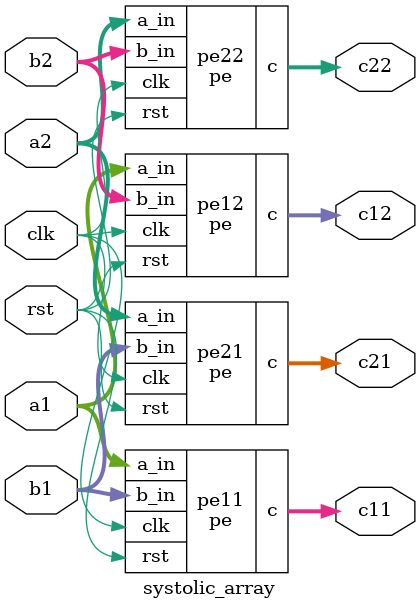
<source format=v>
/* Generated by Yosys 0.58+86 (git sha1 3b9f06c13, g++ 11.4.0-1ubuntu1~22.04.2 -fPIC -O3) */

(* src = "mac_pe.v:1.1-15.10" *)
module pe(clk, rst, a_in, b_in, c);
  (* src = "mac_pe.v:2.11-2.14" *)
  input clk;
  wire clk;
  (* src = "mac_pe.v:3.11-3.14" *)
  input rst;
  wire rst;
  (* src = "mac_pe.v:4.17-4.21" *)
  input [7:0] a_in;
  wire [7:0] a_in;
  (* src = "mac_pe.v:5.17-5.21" *)
  input [7:0] b_in;
  wire [7:0] b_in;
  (* src = "mac_pe.v:6.23-6.24" *)
  output [15:0] c;
  reg [15:0] c;
  (* force_downto = 32'd1 *)
  (* src = "/usr/local/bin/../share/yosys/techmap.v:198.20-198.21" *)
  wire [15:0] _000_;
  (* force_downto = 32'd1 *)
  (* src = "/usr/local/bin/../share/yosys/techmap.v:198.23-198.24" *)
  wire [15:0] _001_;
  (* force_downto = 32'd1 *)
  (* src = "/usr/local/bin/../share/yosys/techmap.v:198.26-198.27" *)
  wire [15:0] _002_;
  (* force_downto = 32'd1 *)
  (* src = "/usr/local/bin/../share/yosys/techmap.v:200.21-200.22" *)
  wire [15:0] _003_;
  (* force_downto = 32'd1 *)
  (* src = "/usr/local/bin/../share/yosys/techmap.v:200.24-200.25" *)
  wire [15:0] _004_;
  (* force_downto = 32'd1 *)
  (* src = "/usr/local/bin/../share/yosys/techmap.v:203.19-203.21" *)
  wire [15:0] _005_;
  (* force_downto = 32'd1 *)
  (* src = "/usr/local/bin/../share/yosys/techmap.v:203.23-203.25" *)
  wire [15:0] _006_;
  (* force_downto = 32'd1 *)
  (* src = "/usr/local/bin/../share/yosys/techmap.v:203.27-203.29" *)
  wire [15:0] _007_;
  (* force_downto = 32'd1 *)
  (* src = "/usr/local/bin/../share/yosys/techmap.v:198.20-198.21" *)
  wire [15:0] _008_;
  (* force_downto = 32'd1 *)
  (* src = "/usr/local/bin/../share/yosys/techmap.v:198.23-198.24" *)
  wire [15:0] _009_;
  (* force_downto = 32'd1 *)
  (* src = "/usr/local/bin/../share/yosys/techmap.v:198.26-198.27" *)
  wire [15:0] _010_;
  (* force_downto = 32'd1 *)
  (* src = "/usr/local/bin/../share/yosys/techmap.v:200.21-200.22" *)
  wire [15:0] _011_;
  (* force_downto = 32'd1 *)
  (* src = "/usr/local/bin/../share/yosys/techmap.v:200.24-200.25" *)
  wire [15:0] _012_;
  (* force_downto = 32'd1 *)
  (* src = "/usr/local/bin/../share/yosys/techmap.v:203.19-203.21" *)
  wire [15:0] _013_;
  (* force_downto = 32'd1 *)
  (* src = "/usr/local/bin/../share/yosys/techmap.v:203.23-203.25" *)
  wire [15:0] _014_;
  (* force_downto = 32'd1 *)
  (* src = "/usr/local/bin/../share/yosys/techmap.v:203.27-203.29" *)
  wire [15:0] _015_;
  (* force_downto = 32'd1 *)
  (* src = "/usr/local/bin/../share/yosys/techmap.v:200.21-200.22" *)
  wire [15:0] _016_;
  (* force_downto = 32'd1 *)
  (* src = "/usr/local/bin/../share/yosys/techmap.v:200.24-200.25" *)
  wire [15:0] _017_;
  (* force_downto = 32'd1 *)
  (* src = "/usr/local/bin/../share/yosys/techmap.v:203.19-203.21" *)
  wire [15:0] _018_;
  (* force_downto = 32'd1 *)
  (* src = "/usr/local/bin/../share/yosys/techmap.v:203.23-203.25" *)
  wire [15:0] _019_;
  (* force_downto = 32'd1 *)
  (* src = "/usr/local/bin/../share/yosys/techmap.v:203.27-203.29" *)
  wire [15:0] _020_;
  (* force_downto = 32'd1 *)
  (* src = "/usr/local/bin/../share/yosys/techmap.v:198.23-198.24" *)
  wire [15:0] _021_;
  (* force_downto = 32'd1 *)
  (* src = "/usr/local/bin/../share/yosys/techmap.v:198.26-198.27" *)
  wire [15:0] _022_;
  (* force_downto = 32'd1 *)
  (* src = "/usr/local/bin/../share/yosys/techmap.v:200.21-200.22" *)
  wire [15:0] _023_;
  (* force_downto = 32'd1 *)
  (* src = "/usr/local/bin/../share/yosys/techmap.v:200.24-200.25" *)
  wire [15:0] _024_;
  (* force_downto = 32'd1 *)
  (* src = "/usr/local/bin/../share/yosys/techmap.v:203.19-203.21" *)
  wire [15:0] _025_;
  (* force_downto = 32'd1 *)
  (* src = "/usr/local/bin/../share/yosys/techmap.v:203.23-203.25" *)
  wire [15:0] _026_;
  (* force_downto = 32'd1 *)
  (* src = "/usr/local/bin/../share/yosys/techmap.v:203.27-203.29" *)
  wire [15:0] _027_;
  (* force_downto = 32'd1 *)
  (* src = "/usr/local/bin/../share/yosys/techmap.v:200.21-200.22" *)
  wire [15:0] _028_;
  (* force_downto = 32'd1 *)
  (* src = "/usr/local/bin/../share/yosys/techmap.v:200.24-200.25" *)
  wire [15:0] _029_;
  (* force_downto = 32'd1 *)
  (* src = "/usr/local/bin/../share/yosys/techmap.v:203.19-203.21" *)
  wire [15:0] _030_;
  (* force_downto = 32'd1 *)
  (* src = "/usr/local/bin/../share/yosys/techmap.v:203.23-203.25" *)
  wire [15:0] _031_;
  (* force_downto = 32'd1 *)
  (* src = "/usr/local/bin/../share/yosys/techmap.v:203.27-203.29" *)
  wire [15:0] _032_;
  (* force_downto = 32'd1 *)
  (* src = "/usr/local/bin/../share/yosys/techmap.v:200.21-200.22" *)
  wire [15:0] _033_;
  (* force_downto = 32'd1 *)
  (* src = "/usr/local/bin/../share/yosys/techmap.v:200.24-200.25" *)
  wire [15:0] _034_;
  (* force_downto = 32'd1 *)
  (* src = "/usr/local/bin/../share/yosys/techmap.v:203.19-203.21" *)
  wire [15:0] _035_;
  (* force_downto = 32'd1 *)
  (* src = "/usr/local/bin/../share/yosys/techmap.v:203.23-203.25" *)
  wire [15:0] _036_;
  (* force_downto = 32'd1 *)
  (* src = "/usr/local/bin/../share/yosys/techmap.v:203.27-203.29" *)
  wire [15:0] _037_;
  (* force_downto = 32'd1 *)
  (* src = "/usr/local/bin/../share/yosys/techmap.v:274.23-274.25" *)
  (* unused_bits = "15" *)
  wire [15:0] _038_;
  (* force_downto = 32'd1 *)
  (* src = "/usr/local/bin/../share/yosys/techmap.v:287.21-287.22" *)
  wire [15:0] _039_;
  (* force_downto = 32'd1 *)
  (* src = "/usr/local/bin/../share/yosys/techmap.v:270.26-270.27" *)
  wire [15:0] _040_;
  (* force_downto = 32'd1 *)
  (* src = "/usr/local/bin/../share/yosys/techmap.v:292.26-292.70|/usr/local/bin/../share/yosys/techmap.v:200.21-200.22" *)
  wire [15:0] _041_;
  (* force_downto = 32'd1 *)
  (* src = "mac_pe.v:12.18-12.33|/usr/local/bin/../share/yosys/techmap.v:274.23-274.25" *)
  (* unused_bits = "15" *)
  wire [15:0] _042_;
  (* force_downto = 32'd1 *)
  (* src = "mac_pe.v:12.18-12.33|/usr/local/bin/../share/yosys/techmap.v:287.21-287.22" *)
  wire [15:0] _043_;
  (* force_downto = 32'd1 *)
  (* src = "mac_pe.v:12.18-12.33|/usr/local/bin/../share/yosys/techmap.v:270.26-270.27" *)
  wire [15:0] _044_;
  (* force_downto = 32'd1 *)
  (* src = "mac_pe.v:12.18-12.33|/usr/local/bin/../share/yosys/techmap.v:292.26-292.70|/usr/local/bin/../share/yosys/techmap.v:200.21-200.22" *)
  (* unused_bits = "15" *)
  wire [15:0] _045_;
  (* src = "/usr/local/bin/../share/yosys/techmap.v:293.27-293.63|/usr/local/bin/../share/yosys/techmap.v:240.19-240.41" *)
  wire _046_;
  (* src = "/usr/local/bin/../share/yosys/techmap.v:293.27-293.63|/usr/local/bin/../share/yosys/techmap.v:240.19-240.41" *)
  wire _047_;
  (* src = "/usr/local/bin/../share/yosys/techmap.v:293.27-293.63|/usr/local/bin/../share/yosys/techmap.v:240.19-240.41" *)
  wire _048_;
  (* src = "/usr/local/bin/../share/yosys/techmap.v:293.27-293.63|/usr/local/bin/../share/yosys/techmap.v:240.19-240.41" *)
  wire _049_;
  (* src = "/usr/local/bin/../share/yosys/techmap.v:293.27-293.63|/usr/local/bin/../share/yosys/techmap.v:240.19-240.41" *)
  wire _050_;
  (* src = "/usr/local/bin/../share/yosys/techmap.v:293.27-293.63|/usr/local/bin/../share/yosys/techmap.v:240.19-240.41" *)
  wire _051_;
  (* src = "/usr/local/bin/../share/yosys/techmap.v:293.27-293.63|/usr/local/bin/../share/yosys/techmap.v:241.12-241.34" *)
  wire _052_;
  (* src = "/usr/local/bin/../share/yosys/techmap.v:293.27-293.63|/usr/local/bin/../share/yosys/techmap.v:241.12-241.34" *)
  wire _053_;
  (* src = "/usr/local/bin/../share/yosys/techmap.v:293.27-293.63|/usr/local/bin/../share/yosys/techmap.v:241.12-241.34" *)
  wire _054_;
  (* src = "/usr/local/bin/../share/yosys/techmap.v:293.27-293.63|/usr/local/bin/../share/yosys/techmap.v:241.12-241.34" *)
  wire _055_;
  (* src = "/usr/local/bin/../share/yosys/techmap.v:293.27-293.63|/usr/local/bin/../share/yosys/techmap.v:241.12-241.34" *)
  wire _056_;
  (* src = "/usr/local/bin/../share/yosys/techmap.v:293.27-293.63|/usr/local/bin/../share/yosys/techmap.v:248.19-248.41" *)
  wire _057_;
  (* src = "/usr/local/bin/../share/yosys/techmap.v:293.27-293.63|/usr/local/bin/../share/yosys/techmap.v:248.19-248.41" *)
  wire _058_;
  (* src = "/usr/local/bin/../share/yosys/techmap.v:293.27-293.63|/usr/local/bin/../share/yosys/techmap.v:248.19-248.41" *)
  wire _059_;
  (* src = "/usr/local/bin/../share/yosys/techmap.v:293.27-293.63|/usr/local/bin/../share/yosys/techmap.v:248.19-248.41" *)
  wire _060_;
  (* src = "/usr/local/bin/../share/yosys/techmap.v:293.27-293.63|/usr/local/bin/../share/yosys/techmap.v:248.19-248.41" *)
  wire _061_;
  (* src = "/usr/local/bin/../share/yosys/techmap.v:293.27-293.63|/usr/local/bin/../share/yosys/techmap.v:248.19-248.41" *)
  wire _062_;
  (* src = "/usr/local/bin/../share/yosys/techmap.v:293.27-293.63|/usr/local/bin/../share/yosys/techmap.v:248.19-248.41" *)
  wire _063_;
  (* src = "/usr/local/bin/../share/yosys/techmap.v:293.27-293.63|/usr/local/bin/../share/yosys/techmap.v:248.19-248.41" *)
  wire _064_;
  (* src = "/usr/local/bin/../share/yosys/techmap.v:293.27-293.63|/usr/local/bin/../share/yosys/techmap.v:240.12-240.41" *)
  wire _065_;
  (* src = "/usr/local/bin/../share/yosys/techmap.v:293.27-293.63|/usr/local/bin/../share/yosys/techmap.v:240.12-240.41" *)
  wire _066_;
  (* src = "/usr/local/bin/../share/yosys/techmap.v:293.27-293.63|/usr/local/bin/../share/yosys/techmap.v:240.12-240.41" *)
  wire _067_;
  (* src = "/usr/local/bin/../share/yosys/techmap.v:293.27-293.63|/usr/local/bin/../share/yosys/techmap.v:240.12-240.41" *)
  wire _068_;
  (* src = "/usr/local/bin/../share/yosys/techmap.v:293.27-293.63|/usr/local/bin/../share/yosys/techmap.v:240.12-240.41" *)
  wire _069_;
  (* src = "mac_pe.v:12.18-12.33|/usr/local/bin/../share/yosys/techmap.v:293.27-293.63|/usr/local/bin/../share/yosys/techmap.v:240.19-240.41" *)
  wire _070_;
  (* src = "mac_pe.v:12.18-12.33|/usr/local/bin/../share/yosys/techmap.v:293.27-293.63|/usr/local/bin/../share/yosys/techmap.v:240.19-240.41" *)
  wire _071_;
  (* src = "mac_pe.v:12.18-12.33|/usr/local/bin/../share/yosys/techmap.v:293.27-293.63|/usr/local/bin/../share/yosys/techmap.v:240.19-240.41" *)
  wire _072_;
  (* src = "mac_pe.v:12.18-12.33|/usr/local/bin/../share/yosys/techmap.v:293.27-293.63|/usr/local/bin/../share/yosys/techmap.v:240.19-240.41" *)
  wire _073_;
  (* src = "mac_pe.v:12.18-12.33|/usr/local/bin/../share/yosys/techmap.v:293.27-293.63|/usr/local/bin/../share/yosys/techmap.v:240.19-240.41" *)
  wire _074_;
  (* src = "mac_pe.v:12.18-12.33|/usr/local/bin/../share/yosys/techmap.v:293.27-293.63|/usr/local/bin/../share/yosys/techmap.v:240.19-240.41" *)
  wire _075_;
  (* src = "mac_pe.v:12.18-12.33|/usr/local/bin/../share/yosys/techmap.v:293.27-293.63|/usr/local/bin/../share/yosys/techmap.v:240.19-240.41" *)
  wire _076_;
  (* src = "mac_pe.v:12.18-12.33|/usr/local/bin/../share/yosys/techmap.v:293.27-293.63|/usr/local/bin/../share/yosys/techmap.v:240.19-240.41" *)
  wire _077_;
  (* src = "mac_pe.v:12.18-12.33|/usr/local/bin/../share/yosys/techmap.v:293.27-293.63|/usr/local/bin/../share/yosys/techmap.v:240.19-240.41" *)
  wire _078_;
  (* src = "mac_pe.v:12.18-12.33|/usr/local/bin/../share/yosys/techmap.v:293.27-293.63|/usr/local/bin/../share/yosys/techmap.v:240.19-240.41" *)
  wire _079_;
  (* src = "mac_pe.v:12.18-12.33|/usr/local/bin/../share/yosys/techmap.v:293.27-293.63|/usr/local/bin/../share/yosys/techmap.v:240.19-240.41" *)
  wire _080_;
  (* src = "mac_pe.v:12.18-12.33|/usr/local/bin/../share/yosys/techmap.v:293.27-293.63|/usr/local/bin/../share/yosys/techmap.v:241.12-241.34" *)
  wire _081_;
  (* src = "mac_pe.v:12.18-12.33|/usr/local/bin/../share/yosys/techmap.v:293.27-293.63|/usr/local/bin/../share/yosys/techmap.v:241.12-241.34" *)
  wire _082_;
  (* src = "mac_pe.v:12.18-12.33|/usr/local/bin/../share/yosys/techmap.v:293.27-293.63|/usr/local/bin/../share/yosys/techmap.v:241.12-241.34" *)
  wire _083_;
  (* src = "mac_pe.v:12.18-12.33|/usr/local/bin/../share/yosys/techmap.v:293.27-293.63|/usr/local/bin/../share/yosys/techmap.v:241.12-241.34" *)
  wire _084_;
  (* src = "mac_pe.v:12.18-12.33|/usr/local/bin/../share/yosys/techmap.v:293.27-293.63|/usr/local/bin/../share/yosys/techmap.v:241.12-241.34" *)
  wire _085_;
  (* src = "mac_pe.v:12.18-12.33|/usr/local/bin/../share/yosys/techmap.v:293.27-293.63|/usr/local/bin/../share/yosys/techmap.v:241.12-241.34" *)
  wire _086_;
  (* src = "mac_pe.v:12.18-12.33|/usr/local/bin/../share/yosys/techmap.v:293.27-293.63|/usr/local/bin/../share/yosys/techmap.v:241.12-241.34" *)
  wire _087_;
  (* src = "mac_pe.v:12.18-12.33|/usr/local/bin/../share/yosys/techmap.v:293.27-293.63|/usr/local/bin/../share/yosys/techmap.v:241.12-241.34" *)
  wire _088_;
  (* src = "mac_pe.v:12.18-12.33|/usr/local/bin/../share/yosys/techmap.v:293.27-293.63|/usr/local/bin/../share/yosys/techmap.v:248.19-248.41" *)
  wire _089_;
  (* src = "mac_pe.v:12.18-12.33|/usr/local/bin/../share/yosys/techmap.v:293.27-293.63|/usr/local/bin/../share/yosys/techmap.v:248.19-248.41" *)
  wire _090_;
  (* src = "mac_pe.v:12.18-12.33|/usr/local/bin/../share/yosys/techmap.v:293.27-293.63|/usr/local/bin/../share/yosys/techmap.v:248.19-248.41" *)
  wire _091_;
  (* src = "mac_pe.v:12.18-12.33|/usr/local/bin/../share/yosys/techmap.v:293.27-293.63|/usr/local/bin/../share/yosys/techmap.v:248.19-248.41" *)
  wire _092_;
  (* src = "mac_pe.v:12.18-12.33|/usr/local/bin/../share/yosys/techmap.v:293.27-293.63|/usr/local/bin/../share/yosys/techmap.v:248.19-248.41" *)
  wire _093_;
  (* src = "mac_pe.v:12.18-12.33|/usr/local/bin/../share/yosys/techmap.v:293.27-293.63|/usr/local/bin/../share/yosys/techmap.v:248.19-248.41" *)
  wire _094_;
  (* src = "mac_pe.v:12.18-12.33|/usr/local/bin/../share/yosys/techmap.v:293.27-293.63|/usr/local/bin/../share/yosys/techmap.v:248.19-248.41" *)
  wire _095_;
  (* src = "mac_pe.v:12.18-12.33|/usr/local/bin/../share/yosys/techmap.v:293.27-293.63|/usr/local/bin/../share/yosys/techmap.v:248.19-248.41" *)
  wire _096_;
  (* src = "mac_pe.v:12.18-12.33|/usr/local/bin/../share/yosys/techmap.v:293.27-293.63|/usr/local/bin/../share/yosys/techmap.v:248.19-248.41" *)
  wire _097_;
  (* src = "mac_pe.v:12.18-12.33|/usr/local/bin/../share/yosys/techmap.v:293.27-293.63|/usr/local/bin/../share/yosys/techmap.v:248.19-248.41" *)
  wire _098_;
  (* src = "mac_pe.v:12.18-12.33|/usr/local/bin/../share/yosys/techmap.v:293.27-293.63|/usr/local/bin/../share/yosys/techmap.v:248.19-248.41" *)
  wire _099_;
  (* src = "mac_pe.v:12.18-12.33|/usr/local/bin/../share/yosys/techmap.v:293.27-293.63|/usr/local/bin/../share/yosys/techmap.v:240.12-240.41" *)
  wire _100_;
  (* src = "mac_pe.v:12.18-12.33|/usr/local/bin/../share/yosys/techmap.v:293.27-293.63|/usr/local/bin/../share/yosys/techmap.v:240.12-240.41" *)
  wire _101_;
  (* src = "mac_pe.v:12.18-12.33|/usr/local/bin/../share/yosys/techmap.v:293.27-293.63|/usr/local/bin/../share/yosys/techmap.v:240.12-240.41" *)
  wire _102_;
  (* src = "mac_pe.v:12.18-12.33|/usr/local/bin/../share/yosys/techmap.v:293.27-293.63|/usr/local/bin/../share/yosys/techmap.v:240.12-240.41" *)
  wire _103_;
  (* src = "mac_pe.v:12.18-12.33|/usr/local/bin/../share/yosys/techmap.v:293.27-293.63|/usr/local/bin/../share/yosys/techmap.v:240.12-240.41" *)
  wire _104_;
  (* src = "mac_pe.v:12.18-12.33|/usr/local/bin/../share/yosys/techmap.v:293.27-293.63|/usr/local/bin/../share/yosys/techmap.v:240.12-240.41" *)
  wire _105_;
  (* src = "mac_pe.v:12.18-12.33|/usr/local/bin/../share/yosys/techmap.v:293.27-293.63|/usr/local/bin/../share/yosys/techmap.v:240.12-240.41" *)
  wire _106_;
  (* src = "mac_pe.v:12.18-12.33|/usr/local/bin/../share/yosys/techmap.v:293.27-293.63|/usr/local/bin/../share/yosys/techmap.v:240.12-240.41" *)
  wire _107_;
  (* src = "mac_pe.v:8.5-14.8" *)
  always @(posedge clk, posedge rst)
    if (rst) c[14] <= 1'h0;
    else c[14] <= _044_[14];
  (* src = "mac_pe.v:8.5-14.8" *)
  always @(posedge clk, posedge rst)
    if (rst) c[15] <= 1'h0;
    else c[15] <= _044_[15];
  (* src = "mac_pe.v:8.5-14.8" *)
  always @(posedge clk, posedge rst)
    if (rst) c[0] <= 1'h0;
    else c[0] <= _043_[0];
  (* src = "mac_pe.v:8.5-14.8" *)
  always @(posedge clk, posedge rst)
    if (rst) c[1] <= 1'h0;
    else c[1] <= _044_[1];
  (* src = "mac_pe.v:8.5-14.8" *)
  always @(posedge clk, posedge rst)
    if (rst) c[2] <= 1'h0;
    else c[2] <= _044_[2];
  (* src = "mac_pe.v:8.5-14.8" *)
  always @(posedge clk, posedge rst)
    if (rst) c[3] <= 1'h0;
    else c[3] <= _044_[3];
  (* src = "mac_pe.v:8.5-14.8" *)
  always @(posedge clk, posedge rst)
    if (rst) c[4] <= 1'h0;
    else c[4] <= _044_[4];
  (* src = "mac_pe.v:8.5-14.8" *)
  always @(posedge clk, posedge rst)
    if (rst) c[5] <= 1'h0;
    else c[5] <= _044_[5];
  (* src = "mac_pe.v:8.5-14.8" *)
  always @(posedge clk, posedge rst)
    if (rst) c[6] <= 1'h0;
    else c[6] <= _044_[6];
  (* src = "mac_pe.v:8.5-14.8" *)
  always @(posedge clk, posedge rst)
    if (rst) c[7] <= 1'h0;
    else c[7] <= _044_[7];
  (* src = "mac_pe.v:8.5-14.8" *)
  always @(posedge clk, posedge rst)
    if (rst) c[8] <= 1'h0;
    else c[8] <= _044_[8];
  (* src = "mac_pe.v:8.5-14.8" *)
  always @(posedge clk, posedge rst)
    if (rst) c[9] <= 1'h0;
    else c[9] <= _044_[9];
  (* src = "mac_pe.v:8.5-14.8" *)
  always @(posedge clk, posedge rst)
    if (rst) c[10] <= 1'h0;
    else c[10] <= _044_[10];
  (* src = "mac_pe.v:8.5-14.8" *)
  always @(posedge clk, posedge rst)
    if (rst) c[11] <= 1'h0;
    else c[11] <= _044_[11];
  (* src = "mac_pe.v:8.5-14.8" *)
  always @(posedge clk, posedge rst)
    if (rst) c[12] <= 1'h0;
    else c[12] <= _044_[12];
  (* src = "mac_pe.v:8.5-14.8" *)
  always @(posedge clk, posedge rst)
    if (rst) c[13] <= 1'h0;
    else c[13] <= _044_[13];
  assign _043_[1] = c[1] ^(* src = "mac_pe.v:12.18-12.33|/usr/local/bin/../share/yosys/techmap.v:292.26-292.70|/usr/local/bin/../share/yosys/techmap.v:205.14-205.19" *)  _004_[1];
  assign _043_[2] = c[2] ^(* src = "mac_pe.v:12.18-12.33|/usr/local/bin/../share/yosys/techmap.v:292.26-292.70|/usr/local/bin/../share/yosys/techmap.v:205.14-205.19" *)  _017_[2];
  assign _043_[3] = c[3] ^(* src = "mac_pe.v:12.18-12.33|/usr/local/bin/../share/yosys/techmap.v:292.26-292.70|/usr/local/bin/../share/yosys/techmap.v:205.14-205.19" *)  _029_[3];
  assign _043_[4] = c[4] ^(* src = "mac_pe.v:12.18-12.33|/usr/local/bin/../share/yosys/techmap.v:292.26-292.70|/usr/local/bin/../share/yosys/techmap.v:205.14-205.19" *)  _034_[4];
  assign _043_[5] = c[5] ^(* src = "mac_pe.v:12.18-12.33|/usr/local/bin/../share/yosys/techmap.v:292.26-292.70|/usr/local/bin/../share/yosys/techmap.v:205.14-205.19" *)  _039_[5];
  assign _043_[6] = c[6] ^(* src = "mac_pe.v:12.18-12.33|/usr/local/bin/../share/yosys/techmap.v:292.26-292.70|/usr/local/bin/../share/yosys/techmap.v:205.14-205.19" *)  _040_[6];
  assign _043_[7] = c[7] ^(* src = "mac_pe.v:12.18-12.33|/usr/local/bin/../share/yosys/techmap.v:292.26-292.70|/usr/local/bin/../share/yosys/techmap.v:205.14-205.19" *)  _040_[7];
  assign _043_[8] = c[8] ^(* src = "mac_pe.v:12.18-12.33|/usr/local/bin/../share/yosys/techmap.v:292.26-292.70|/usr/local/bin/../share/yosys/techmap.v:205.14-205.19" *)  _040_[8];
  assign _043_[9] = c[9] ^(* src = "mac_pe.v:12.18-12.33|/usr/local/bin/../share/yosys/techmap.v:292.26-292.70|/usr/local/bin/../share/yosys/techmap.v:205.14-205.19" *)  _040_[9];
  assign _043_[10] = c[10] ^(* src = "mac_pe.v:12.18-12.33|/usr/local/bin/../share/yosys/techmap.v:292.26-292.70|/usr/local/bin/../share/yosys/techmap.v:205.14-205.19" *)  _040_[10];
  assign _043_[11] = c[11] ^(* src = "mac_pe.v:12.18-12.33|/usr/local/bin/../share/yosys/techmap.v:292.26-292.70|/usr/local/bin/../share/yosys/techmap.v:205.14-205.19" *)  _040_[11];
  assign _043_[12] = c[12] ^(* src = "mac_pe.v:12.18-12.33|/usr/local/bin/../share/yosys/techmap.v:292.26-292.70|/usr/local/bin/../share/yosys/techmap.v:205.14-205.19" *)  _040_[12];
  assign _043_[13] = c[13] ^(* src = "mac_pe.v:12.18-12.33|/usr/local/bin/../share/yosys/techmap.v:292.26-292.70|/usr/local/bin/../share/yosys/techmap.v:205.14-205.19" *)  _040_[13];
  assign _043_[14] = c[14] ^(* src = "mac_pe.v:12.18-12.33|/usr/local/bin/../share/yosys/techmap.v:292.26-292.70|/usr/local/bin/../share/yosys/techmap.v:205.14-205.19" *)  _040_[14];
  assign _043_[15] = c[15] ^(* src = "mac_pe.v:12.18-12.33|/usr/local/bin/../share/yosys/techmap.v:292.26-292.70|/usr/local/bin/../share/yosys/techmap.v:205.14-205.19" *)  _040_[15];
  assign _070_ = _043_[1] &(* src = "mac_pe.v:12.18-12.33|/usr/local/bin/../share/yosys/techmap.v:293.27-293.63|/usr/local/bin/../share/yosys/techmap.v:240.19-240.41" *)  _042_[0];
  assign _071_ = _043_[3] &(* src = "mac_pe.v:12.18-12.33|/usr/local/bin/../share/yosys/techmap.v:293.27-293.63|/usr/local/bin/../share/yosys/techmap.v:240.19-240.41" *)  _045_[2];
  assign _072_ = _043_[5] &(* src = "mac_pe.v:12.18-12.33|/usr/local/bin/../share/yosys/techmap.v:293.27-293.63|/usr/local/bin/../share/yosys/techmap.v:240.19-240.41" *)  _045_[4];
  assign _073_ = _043_[7] &(* src = "mac_pe.v:12.18-12.33|/usr/local/bin/../share/yosys/techmap.v:293.27-293.63|/usr/local/bin/../share/yosys/techmap.v:240.19-240.41" *)  _045_[6];
  assign _074_ = _043_[9] &(* src = "mac_pe.v:12.18-12.33|/usr/local/bin/../share/yosys/techmap.v:293.27-293.63|/usr/local/bin/../share/yosys/techmap.v:240.19-240.41" *)  _045_[8];
  assign _075_ = _043_[11] &(* src = "mac_pe.v:12.18-12.33|/usr/local/bin/../share/yosys/techmap.v:293.27-293.63|/usr/local/bin/../share/yosys/techmap.v:240.19-240.41" *)  _045_[10];
  assign _076_ = _043_[13] &(* src = "mac_pe.v:12.18-12.33|/usr/local/bin/../share/yosys/techmap.v:293.27-293.63|/usr/local/bin/../share/yosys/techmap.v:240.19-240.41" *)  _045_[12];
  assign _077_ = _081_ &(* src = "mac_pe.v:12.18-12.33|/usr/local/bin/../share/yosys/techmap.v:293.27-293.63|/usr/local/bin/../share/yosys/techmap.v:240.19-240.41" *)  _042_[1];
  assign _078_ = _083_ &(* src = "mac_pe.v:12.18-12.33|/usr/local/bin/../share/yosys/techmap.v:293.27-293.63|/usr/local/bin/../share/yosys/techmap.v:240.19-240.41" *)  _101_;
  assign _079_ = _085_ &(* src = "mac_pe.v:12.18-12.33|/usr/local/bin/../share/yosys/techmap.v:293.27-293.63|/usr/local/bin/../share/yosys/techmap.v:240.19-240.41" *)  _103_;
  assign _080_ = _087_ &(* src = "mac_pe.v:12.18-12.33|/usr/local/bin/../share/yosys/techmap.v:293.27-293.63|/usr/local/bin/../share/yosys/techmap.v:240.19-240.41" *)  _042_[3];
  assign _081_ = _043_[3] &(* src = "mac_pe.v:12.18-12.33|/usr/local/bin/../share/yosys/techmap.v:293.27-293.63|/usr/local/bin/../share/yosys/techmap.v:241.12-241.34" *)  _043_[2];
  assign _082_ = _043_[5] &(* src = "mac_pe.v:12.18-12.33|/usr/local/bin/../share/yosys/techmap.v:293.27-293.63|/usr/local/bin/../share/yosys/techmap.v:241.12-241.34" *)  _043_[4];
  assign _083_ = _043_[7] &(* src = "mac_pe.v:12.18-12.33|/usr/local/bin/../share/yosys/techmap.v:293.27-293.63|/usr/local/bin/../share/yosys/techmap.v:241.12-241.34" *)  _043_[6];
  assign _084_ = _043_[9] &(* src = "mac_pe.v:12.18-12.33|/usr/local/bin/../share/yosys/techmap.v:293.27-293.63|/usr/local/bin/../share/yosys/techmap.v:241.12-241.34" *)  _043_[8];
  assign _085_ = _043_[11] &(* src = "mac_pe.v:12.18-12.33|/usr/local/bin/../share/yosys/techmap.v:293.27-293.63|/usr/local/bin/../share/yosys/techmap.v:241.12-241.34" *)  _043_[10];
  assign _086_ = _043_[13] &(* src = "mac_pe.v:12.18-12.33|/usr/local/bin/../share/yosys/techmap.v:293.27-293.63|/usr/local/bin/../share/yosys/techmap.v:241.12-241.34" *)  _043_[12];
  assign _087_ = _083_ &(* src = "mac_pe.v:12.18-12.33|/usr/local/bin/../share/yosys/techmap.v:293.27-293.63|/usr/local/bin/../share/yosys/techmap.v:241.12-241.34" *)  _082_;
  assign _088_ = _085_ &(* src = "mac_pe.v:12.18-12.33|/usr/local/bin/../share/yosys/techmap.v:293.27-293.63|/usr/local/bin/../share/yosys/techmap.v:241.12-241.34" *)  _084_;
  assign _089_ = _088_ &(* src = "mac_pe.v:12.18-12.33|/usr/local/bin/../share/yosys/techmap.v:293.27-293.63|/usr/local/bin/../share/yosys/techmap.v:248.19-248.41" *)  _042_[7];
  assign _090_ = _082_ &(* src = "mac_pe.v:12.18-12.33|/usr/local/bin/../share/yosys/techmap.v:293.27-293.63|/usr/local/bin/../share/yosys/techmap.v:248.19-248.41" *)  _042_[3];
  assign _091_ = _084_ &(* src = "mac_pe.v:12.18-12.33|/usr/local/bin/../share/yosys/techmap.v:293.27-293.63|/usr/local/bin/../share/yosys/techmap.v:248.19-248.41" *)  _042_[7];
  assign _092_ = _086_ &(* src = "mac_pe.v:12.18-12.33|/usr/local/bin/../share/yosys/techmap.v:293.27-293.63|/usr/local/bin/../share/yosys/techmap.v:248.19-248.41" *)  _042_[11];
  assign _093_ = _043_[2] &(* src = "mac_pe.v:12.18-12.33|/usr/local/bin/../share/yosys/techmap.v:293.27-293.63|/usr/local/bin/../share/yosys/techmap.v:248.19-248.41" *)  _042_[1];
  assign _094_ = _043_[4] &(* src = "mac_pe.v:12.18-12.33|/usr/local/bin/../share/yosys/techmap.v:293.27-293.63|/usr/local/bin/../share/yosys/techmap.v:248.19-248.41" *)  _042_[3];
  assign _095_ = _043_[6] &(* src = "mac_pe.v:12.18-12.33|/usr/local/bin/../share/yosys/techmap.v:293.27-293.63|/usr/local/bin/../share/yosys/techmap.v:248.19-248.41" *)  _042_[5];
  assign _096_ = _043_[8] &(* src = "mac_pe.v:12.18-12.33|/usr/local/bin/../share/yosys/techmap.v:293.27-293.63|/usr/local/bin/../share/yosys/techmap.v:248.19-248.41" *)  _042_[7];
  assign _097_ = _043_[10] &(* src = "mac_pe.v:12.18-12.33|/usr/local/bin/../share/yosys/techmap.v:293.27-293.63|/usr/local/bin/../share/yosys/techmap.v:248.19-248.41" *)  _042_[9];
  assign _098_ = _043_[12] &(* src = "mac_pe.v:12.18-12.33|/usr/local/bin/../share/yosys/techmap.v:293.27-293.63|/usr/local/bin/../share/yosys/techmap.v:248.19-248.41" *)  _042_[11];
  assign _099_ = _043_[14] &(* src = "mac_pe.v:12.18-12.33|/usr/local/bin/../share/yosys/techmap.v:293.27-293.63|/usr/local/bin/../share/yosys/techmap.v:248.19-248.41" *)  _042_[13];
  assign _042_[1] = _045_[1] |(* src = "mac_pe.v:12.18-12.33|/usr/local/bin/../share/yosys/techmap.v:293.27-293.63|/usr/local/bin/../share/yosys/techmap.v:240.12-240.41" *)  _070_;
  assign _100_ = _045_[3] |(* src = "mac_pe.v:12.18-12.33|/usr/local/bin/../share/yosys/techmap.v:293.27-293.63|/usr/local/bin/../share/yosys/techmap.v:240.12-240.41" *)  _071_;
  assign _101_ = _045_[5] |(* src = "mac_pe.v:12.18-12.33|/usr/local/bin/../share/yosys/techmap.v:293.27-293.63|/usr/local/bin/../share/yosys/techmap.v:240.12-240.41" *)  _072_;
  assign _102_ = _045_[7] |(* src = "mac_pe.v:12.18-12.33|/usr/local/bin/../share/yosys/techmap.v:293.27-293.63|/usr/local/bin/../share/yosys/techmap.v:240.12-240.41" *)  _073_;
  assign _103_ = _045_[9] |(* src = "mac_pe.v:12.18-12.33|/usr/local/bin/../share/yosys/techmap.v:293.27-293.63|/usr/local/bin/../share/yosys/techmap.v:240.12-240.41" *)  _074_;
  assign _104_ = _045_[11] |(* src = "mac_pe.v:12.18-12.33|/usr/local/bin/../share/yosys/techmap.v:293.27-293.63|/usr/local/bin/../share/yosys/techmap.v:240.12-240.41" *)  _075_;
  assign _105_ = _045_[13] |(* src = "mac_pe.v:12.18-12.33|/usr/local/bin/../share/yosys/techmap.v:293.27-293.63|/usr/local/bin/../share/yosys/techmap.v:240.12-240.41" *)  _076_;
  assign _042_[3] = _100_ |(* src = "mac_pe.v:12.18-12.33|/usr/local/bin/../share/yosys/techmap.v:293.27-293.63|/usr/local/bin/../share/yosys/techmap.v:240.12-240.41" *)  _077_;
  assign _106_ = _102_ |(* src = "mac_pe.v:12.18-12.33|/usr/local/bin/../share/yosys/techmap.v:293.27-293.63|/usr/local/bin/../share/yosys/techmap.v:240.12-240.41" *)  _078_;
  assign _107_ = _104_ |(* src = "mac_pe.v:12.18-12.33|/usr/local/bin/../share/yosys/techmap.v:293.27-293.63|/usr/local/bin/../share/yosys/techmap.v:240.12-240.41" *)  _079_;
  assign _042_[7] = _106_ |(* src = "mac_pe.v:12.18-12.33|/usr/local/bin/../share/yosys/techmap.v:293.27-293.63|/usr/local/bin/../share/yosys/techmap.v:240.12-240.41" *)  _080_;
  assign _042_[11] = _107_ |(* src = "mac_pe.v:12.18-12.33|/usr/local/bin/../share/yosys/techmap.v:293.27-293.63|/usr/local/bin/../share/yosys/techmap.v:248.12-248.41" *)  _089_;
  assign _042_[5] = _101_ |(* src = "mac_pe.v:12.18-12.33|/usr/local/bin/../share/yosys/techmap.v:293.27-293.63|/usr/local/bin/../share/yosys/techmap.v:248.12-248.41" *)  _090_;
  assign _042_[9] = _103_ |(* src = "mac_pe.v:12.18-12.33|/usr/local/bin/../share/yosys/techmap.v:293.27-293.63|/usr/local/bin/../share/yosys/techmap.v:248.12-248.41" *)  _091_;
  assign _042_[13] = _105_ |(* src = "mac_pe.v:12.18-12.33|/usr/local/bin/../share/yosys/techmap.v:293.27-293.63|/usr/local/bin/../share/yosys/techmap.v:248.12-248.41" *)  _092_;
  assign _042_[2] = _045_[2] |(* src = "mac_pe.v:12.18-12.33|/usr/local/bin/../share/yosys/techmap.v:293.27-293.63|/usr/local/bin/../share/yosys/techmap.v:248.12-248.41" *)  _093_;
  assign _042_[4] = _045_[4] |(* src = "mac_pe.v:12.18-12.33|/usr/local/bin/../share/yosys/techmap.v:293.27-293.63|/usr/local/bin/../share/yosys/techmap.v:248.12-248.41" *)  _094_;
  assign _042_[6] = _045_[6] |(* src = "mac_pe.v:12.18-12.33|/usr/local/bin/../share/yosys/techmap.v:293.27-293.63|/usr/local/bin/../share/yosys/techmap.v:248.12-248.41" *)  _095_;
  assign _042_[8] = _045_[8] |(* src = "mac_pe.v:12.18-12.33|/usr/local/bin/../share/yosys/techmap.v:293.27-293.63|/usr/local/bin/../share/yosys/techmap.v:248.12-248.41" *)  _096_;
  assign _042_[10] = _045_[10] |(* src = "mac_pe.v:12.18-12.33|/usr/local/bin/../share/yosys/techmap.v:293.27-293.63|/usr/local/bin/../share/yosys/techmap.v:248.12-248.41" *)  _097_;
  assign _042_[12] = _045_[12] |(* src = "mac_pe.v:12.18-12.33|/usr/local/bin/../share/yosys/techmap.v:293.27-293.63|/usr/local/bin/../share/yosys/techmap.v:248.12-248.41" *)  _098_;
  assign _042_[14] = _045_[14] |(* src = "mac_pe.v:12.18-12.33|/usr/local/bin/../share/yosys/techmap.v:293.27-293.63|/usr/local/bin/../share/yosys/techmap.v:248.12-248.41" *)  _099_;
  assign _038_[5] = _034_[5] &(* src = "/usr/local/bin/../share/yosys/techmap.v:292.26-292.70|/usr/local/bin/../share/yosys/techmap.v:205.26-205.31" *)  _033_[4];
  assign _041_[6] = _034_[6] &(* src = "/usr/local/bin/../share/yosys/techmap.v:292.26-292.70|/usr/local/bin/../share/yosys/techmap.v:205.26-205.31" *)  _033_[5];
  assign _041_[7] = _034_[7] &(* src = "/usr/local/bin/../share/yosys/techmap.v:292.26-292.70|/usr/local/bin/../share/yosys/techmap.v:205.26-205.31" *)  _033_[6];
  assign _041_[8] = _034_[8] &(* src = "/usr/local/bin/../share/yosys/techmap.v:292.26-292.70|/usr/local/bin/../share/yosys/techmap.v:205.26-205.31" *)  _033_[7];
  assign _041_[9] = _034_[9] &(* src = "/usr/local/bin/../share/yosys/techmap.v:292.26-292.70|/usr/local/bin/../share/yosys/techmap.v:205.26-205.31" *)  _033_[8];
  assign _041_[10] = _034_[10] &(* src = "/usr/local/bin/../share/yosys/techmap.v:292.26-292.70|/usr/local/bin/../share/yosys/techmap.v:205.26-205.31" *)  _033_[9];
  assign _041_[11] = _034_[11] &(* src = "/usr/local/bin/../share/yosys/techmap.v:292.26-292.70|/usr/local/bin/../share/yosys/techmap.v:205.26-205.31" *)  _033_[10];
  assign _041_[12] = _034_[12] &(* src = "/usr/local/bin/../share/yosys/techmap.v:292.26-292.70|/usr/local/bin/../share/yosys/techmap.v:205.26-205.31" *)  _033_[11];
  assign _041_[13] = _034_[13] &(* src = "/usr/local/bin/../share/yosys/techmap.v:292.26-292.70|/usr/local/bin/../share/yosys/techmap.v:205.26-205.31" *)  _033_[12];
  assign _041_[14] = _034_[14] &(* src = "/usr/local/bin/../share/yosys/techmap.v:292.26-292.70|/usr/local/bin/../share/yosys/techmap.v:205.26-205.31" *)  _033_[13];
  assign _039_[5] = _034_[5] ^(* src = "/usr/local/bin/../share/yosys/techmap.v:292.26-292.70|/usr/local/bin/../share/yosys/techmap.v:205.14-205.19" *)  _033_[4];
  assign _039_[6] = _034_[6] ^(* src = "/usr/local/bin/../share/yosys/techmap.v:292.26-292.70|/usr/local/bin/../share/yosys/techmap.v:205.14-205.19" *)  _033_[5];
  assign _039_[7] = _034_[7] ^(* src = "/usr/local/bin/../share/yosys/techmap.v:292.26-292.70|/usr/local/bin/../share/yosys/techmap.v:205.14-205.19" *)  _033_[6];
  assign _039_[8] = _034_[8] ^(* src = "/usr/local/bin/../share/yosys/techmap.v:292.26-292.70|/usr/local/bin/../share/yosys/techmap.v:205.14-205.19" *)  _033_[7];
  assign _039_[9] = _034_[9] ^(* src = "/usr/local/bin/../share/yosys/techmap.v:292.26-292.70|/usr/local/bin/../share/yosys/techmap.v:205.14-205.19" *)  _033_[8];
  assign _039_[10] = _034_[10] ^(* src = "/usr/local/bin/../share/yosys/techmap.v:292.26-292.70|/usr/local/bin/../share/yosys/techmap.v:205.14-205.19" *)  _033_[9];
  assign _039_[11] = _034_[11] ^(* src = "/usr/local/bin/../share/yosys/techmap.v:292.26-292.70|/usr/local/bin/../share/yosys/techmap.v:205.14-205.19" *)  _033_[10];
  assign _039_[12] = _034_[12] ^(* src = "/usr/local/bin/../share/yosys/techmap.v:292.26-292.70|/usr/local/bin/../share/yosys/techmap.v:205.14-205.19" *)  _033_[11];
  assign _039_[13] = _034_[13] ^(* src = "/usr/local/bin/../share/yosys/techmap.v:292.26-292.70|/usr/local/bin/../share/yosys/techmap.v:205.14-205.19" *)  _033_[12];
  assign _039_[14] = _034_[14] ^(* src = "/usr/local/bin/../share/yosys/techmap.v:292.26-292.70|/usr/local/bin/../share/yosys/techmap.v:205.14-205.19" *)  _033_[13];
  assign _046_ = _039_[7] &(* src = "/usr/local/bin/../share/yosys/techmap.v:293.27-293.63|/usr/local/bin/../share/yosys/techmap.v:240.19-240.41" *)  _041_[6];
  assign _047_ = _039_[9] &(* src = "/usr/local/bin/../share/yosys/techmap.v:293.27-293.63|/usr/local/bin/../share/yosys/techmap.v:240.19-240.41" *)  _041_[8];
  assign _048_ = _039_[11] &(* src = "/usr/local/bin/../share/yosys/techmap.v:293.27-293.63|/usr/local/bin/../share/yosys/techmap.v:240.19-240.41" *)  _041_[10];
  assign _049_ = _039_[13] &(* src = "/usr/local/bin/../share/yosys/techmap.v:293.27-293.63|/usr/local/bin/../share/yosys/techmap.v:240.19-240.41" *)  _041_[12];
  assign _050_ = _052_ &(* src = "/usr/local/bin/../share/yosys/techmap.v:293.27-293.63|/usr/local/bin/../share/yosys/techmap.v:240.19-240.41" *)  _038_[5];
  assign _051_ = _054_ &(* src = "/usr/local/bin/../share/yosys/techmap.v:293.27-293.63|/usr/local/bin/../share/yosys/techmap.v:240.19-240.41" *)  _066_;
  assign _052_ = _039_[7] &(* src = "/usr/local/bin/../share/yosys/techmap.v:293.27-293.63|/usr/local/bin/../share/yosys/techmap.v:241.12-241.34" *)  _039_[6];
  assign _053_ = _039_[9] &(* src = "/usr/local/bin/../share/yosys/techmap.v:293.27-293.63|/usr/local/bin/../share/yosys/techmap.v:241.12-241.34" *)  _039_[8];
  assign _054_ = _039_[11] &(* src = "/usr/local/bin/../share/yosys/techmap.v:293.27-293.63|/usr/local/bin/../share/yosys/techmap.v:241.12-241.34" *)  _039_[10];
  assign _055_ = _039_[13] &(* src = "/usr/local/bin/../share/yosys/techmap.v:293.27-293.63|/usr/local/bin/../share/yosys/techmap.v:241.12-241.34" *)  _039_[12];
  assign _056_ = _054_ &(* src = "/usr/local/bin/../share/yosys/techmap.v:293.27-293.63|/usr/local/bin/../share/yosys/techmap.v:241.12-241.34" *)  _053_;
  assign _057_ = _056_ &(* src = "/usr/local/bin/../share/yosys/techmap.v:293.27-293.63|/usr/local/bin/../share/yosys/techmap.v:248.19-248.41" *)  _038_[7];
  assign _058_ = _053_ &(* src = "/usr/local/bin/../share/yosys/techmap.v:293.27-293.63|/usr/local/bin/../share/yosys/techmap.v:248.19-248.41" *)  _038_[7];
  assign _059_ = _055_ &(* src = "/usr/local/bin/../share/yosys/techmap.v:293.27-293.63|/usr/local/bin/../share/yosys/techmap.v:248.19-248.41" *)  _038_[11];
  assign _060_ = _039_[6] &(* src = "/usr/local/bin/../share/yosys/techmap.v:293.27-293.63|/usr/local/bin/../share/yosys/techmap.v:248.19-248.41" *)  _038_[5];
  assign _061_ = _039_[8] &(* src = "/usr/local/bin/../share/yosys/techmap.v:293.27-293.63|/usr/local/bin/../share/yosys/techmap.v:248.19-248.41" *)  _038_[7];
  assign _062_ = _039_[10] &(* src = "/usr/local/bin/../share/yosys/techmap.v:293.27-293.63|/usr/local/bin/../share/yosys/techmap.v:248.19-248.41" *)  _038_[9];
  assign _063_ = _039_[12] &(* src = "/usr/local/bin/../share/yosys/techmap.v:293.27-293.63|/usr/local/bin/../share/yosys/techmap.v:248.19-248.41" *)  _038_[11];
  assign _064_ = _039_[14] &(* src = "/usr/local/bin/../share/yosys/techmap.v:293.27-293.63|/usr/local/bin/../share/yosys/techmap.v:248.19-248.41" *)  _038_[13];
  assign _065_ = _041_[7] |(* src = "/usr/local/bin/../share/yosys/techmap.v:293.27-293.63|/usr/local/bin/../share/yosys/techmap.v:240.12-240.41" *)  _046_;
  assign _066_ = _041_[9] |(* src = "/usr/local/bin/../share/yosys/techmap.v:293.27-293.63|/usr/local/bin/../share/yosys/techmap.v:240.12-240.41" *)  _047_;
  assign _067_ = _041_[11] |(* src = "/usr/local/bin/../share/yosys/techmap.v:293.27-293.63|/usr/local/bin/../share/yosys/techmap.v:240.12-240.41" *)  _048_;
  assign _068_ = _041_[13] |(* src = "/usr/local/bin/../share/yosys/techmap.v:293.27-293.63|/usr/local/bin/../share/yosys/techmap.v:240.12-240.41" *)  _049_;
  assign _038_[7] = _065_ |(* src = "/usr/local/bin/../share/yosys/techmap.v:293.27-293.63|/usr/local/bin/../share/yosys/techmap.v:240.12-240.41" *)  _050_;
  assign _069_ = _067_ |(* src = "/usr/local/bin/../share/yosys/techmap.v:293.27-293.63|/usr/local/bin/../share/yosys/techmap.v:240.12-240.41" *)  _051_;
  assign _038_[11] = _069_ |(* src = "/usr/local/bin/../share/yosys/techmap.v:293.27-293.63|/usr/local/bin/../share/yosys/techmap.v:248.12-248.41" *)  _057_;
  assign _038_[9] = _066_ |(* src = "/usr/local/bin/../share/yosys/techmap.v:293.27-293.63|/usr/local/bin/../share/yosys/techmap.v:248.12-248.41" *)  _058_;
  assign _038_[13] = _068_ |(* src = "/usr/local/bin/../share/yosys/techmap.v:293.27-293.63|/usr/local/bin/../share/yosys/techmap.v:248.12-248.41" *)  _059_;
  assign _038_[6] = _041_[6] |(* src = "/usr/local/bin/../share/yosys/techmap.v:293.27-293.63|/usr/local/bin/../share/yosys/techmap.v:248.12-248.41" *)  _060_;
  assign _038_[8] = _041_[8] |(* src = "/usr/local/bin/../share/yosys/techmap.v:293.27-293.63|/usr/local/bin/../share/yosys/techmap.v:248.12-248.41" *)  _061_;
  assign _038_[10] = _041_[10] |(* src = "/usr/local/bin/../share/yosys/techmap.v:293.27-293.63|/usr/local/bin/../share/yosys/techmap.v:248.12-248.41" *)  _062_;
  assign _038_[12] = _041_[12] |(* src = "/usr/local/bin/../share/yosys/techmap.v:293.27-293.63|/usr/local/bin/../share/yosys/techmap.v:248.12-248.41" *)  _063_;
  assign _038_[14] = _041_[14] |(* src = "/usr/local/bin/../share/yosys/techmap.v:293.27-293.63|/usr/local/bin/../share/yosys/techmap.v:248.12-248.41" *)  _064_;
  assign _000_[0] = a_in[0] & b_in[0];
  assign _000_[1] = a_in[1] & b_in[0];
  assign _000_[2] = a_in[2] & b_in[0];
  assign _000_[3] = a_in[3] & b_in[0];
  assign _000_[4] = a_in[4] & b_in[0];
  assign _000_[5] = a_in[5] & b_in[0];
  assign _000_[6] = a_in[6] & b_in[0];
  assign _000_[7] = a_in[7] & b_in[0];
  assign _001_[1] = a_in[0] & b_in[1];
  assign _001_[2] = a_in[1] & b_in[1];
  assign _001_[3] = a_in[2] & b_in[1];
  assign _001_[4] = a_in[3] & b_in[1];
  assign _001_[5] = a_in[4] & b_in[1];
  assign _001_[6] = a_in[5] & b_in[1];
  assign _001_[7] = a_in[6] & b_in[1];
  assign _001_[8] = a_in[7] & b_in[1];
  assign _002_[2] = a_in[0] & b_in[2];
  assign _002_[3] = a_in[1] & b_in[2];
  assign _002_[4] = a_in[2] & b_in[2];
  assign _002_[5] = a_in[3] & b_in[2];
  assign _002_[6] = a_in[4] & b_in[2];
  assign _002_[7] = a_in[5] & b_in[2];
  assign _002_[8] = a_in[6] & b_in[2];
  assign _002_[9] = a_in[7] & b_in[2];
  assign _008_[3] = a_in[0] & b_in[3];
  assign _008_[4] = a_in[1] & b_in[3];
  assign _008_[5] = a_in[2] & b_in[3];
  assign _008_[6] = a_in[3] & b_in[3];
  assign _008_[7] = a_in[4] & b_in[3];
  assign _008_[8] = a_in[5] & b_in[3];
  assign _008_[9] = a_in[6] & b_in[3];
  assign _008_[10] = a_in[7] & b_in[3];
  assign _009_[4] = a_in[0] & b_in[4];
  assign _009_[5] = a_in[1] & b_in[4];
  assign _009_[6] = a_in[2] & b_in[4];
  assign _009_[7] = a_in[3] & b_in[4];
  assign _009_[8] = a_in[4] & b_in[4];
  assign _009_[9] = a_in[5] & b_in[4];
  assign _009_[10] = a_in[6] & b_in[4];
  assign _009_[11] = a_in[7] & b_in[4];
  assign _010_[5] = a_in[0] & b_in[5];
  assign _010_[6] = a_in[1] & b_in[5];
  assign _010_[7] = a_in[2] & b_in[5];
  assign _010_[8] = a_in[3] & b_in[5];
  assign _010_[9] = a_in[4] & b_in[5];
  assign _010_[10] = a_in[5] & b_in[5];
  assign _010_[11] = a_in[6] & b_in[5];
  assign _010_[12] = a_in[7] & b_in[5];
  assign _021_[6] = a_in[0] & b_in[6];
  assign _021_[7] = a_in[1] & b_in[6];
  assign _021_[8] = a_in[2] & b_in[6];
  assign _021_[9] = a_in[3] & b_in[6];
  assign _021_[10] = a_in[4] & b_in[6];
  assign _021_[11] = a_in[5] & b_in[6];
  assign _021_[12] = a_in[6] & b_in[6];
  assign _021_[13] = a_in[7] & b_in[6];
  assign _022_[7] = a_in[0] & b_in[7];
  assign _022_[8] = a_in[1] & b_in[7];
  assign _022_[9] = a_in[2] & b_in[7];
  assign _022_[10] = a_in[3] & b_in[7];
  assign _022_[11] = a_in[4] & b_in[7];
  assign _022_[12] = a_in[5] & b_in[7];
  assign _022_[13] = a_in[6] & b_in[7];
  assign _022_[14] = a_in[7] & b_in[7];
  assign _044_[1] = _043_[1] ^(* src = "mac_pe.v:12.18-12.33|/usr/local/bin/../share/yosys/techmap.v:296.13-296.25" *)  _042_[0];
  assign _044_[2] = _043_[2] ^(* src = "mac_pe.v:12.18-12.33|/usr/local/bin/../share/yosys/techmap.v:296.13-296.25" *)  _042_[1];
  assign _044_[3] = _043_[3] ^(* src = "mac_pe.v:12.18-12.33|/usr/local/bin/../share/yosys/techmap.v:296.13-296.25" *)  _042_[2];
  assign _044_[4] = _043_[4] ^(* src = "mac_pe.v:12.18-12.33|/usr/local/bin/../share/yosys/techmap.v:296.13-296.25" *)  _042_[3];
  assign _044_[5] = _043_[5] ^(* src = "mac_pe.v:12.18-12.33|/usr/local/bin/../share/yosys/techmap.v:296.13-296.25" *)  _042_[4];
  assign _044_[6] = _043_[6] ^(* src = "mac_pe.v:12.18-12.33|/usr/local/bin/../share/yosys/techmap.v:296.13-296.25" *)  _042_[5];
  assign _044_[7] = _043_[7] ^(* src = "mac_pe.v:12.18-12.33|/usr/local/bin/../share/yosys/techmap.v:296.13-296.25" *)  _042_[6];
  assign _044_[8] = _043_[8] ^(* src = "mac_pe.v:12.18-12.33|/usr/local/bin/../share/yosys/techmap.v:296.13-296.25" *)  _042_[7];
  assign _044_[9] = _043_[9] ^(* src = "mac_pe.v:12.18-12.33|/usr/local/bin/../share/yosys/techmap.v:296.13-296.25" *)  _042_[8];
  assign _044_[10] = _043_[10] ^(* src = "mac_pe.v:12.18-12.33|/usr/local/bin/../share/yosys/techmap.v:296.13-296.25" *)  _042_[9];
  assign _044_[11] = _043_[11] ^(* src = "mac_pe.v:12.18-12.33|/usr/local/bin/../share/yosys/techmap.v:296.13-296.25" *)  _042_[10];
  assign _044_[12] = _043_[12] ^(* src = "mac_pe.v:12.18-12.33|/usr/local/bin/../share/yosys/techmap.v:296.13-296.25" *)  _042_[11];
  assign _044_[13] = _043_[13] ^(* src = "mac_pe.v:12.18-12.33|/usr/local/bin/../share/yosys/techmap.v:296.13-296.25" *)  _042_[12];
  assign _044_[14] = _043_[14] ^(* src = "mac_pe.v:12.18-12.33|/usr/local/bin/../share/yosys/techmap.v:296.13-296.25" *)  _042_[13];
  assign _044_[15] = _043_[15] ^(* src = "mac_pe.v:12.18-12.33|/usr/local/bin/../share/yosys/techmap.v:296.13-296.25" *)  _042_[14];
  assign _003_[2] = _006_[2] |(* src = "/usr/local/bin/../share/yosys/techmap.v:206.25-206.32" *)  _007_[2];
  assign _003_[3] = _006_[3] |(* src = "/usr/local/bin/../share/yosys/techmap.v:206.25-206.32" *)  _007_[3];
  assign _003_[4] = _006_[4] |(* src = "/usr/local/bin/../share/yosys/techmap.v:206.25-206.32" *)  _007_[4];
  assign _003_[5] = _006_[5] |(* src = "/usr/local/bin/../share/yosys/techmap.v:206.25-206.32" *)  _007_[5];
  assign _003_[6] = _006_[6] |(* src = "/usr/local/bin/../share/yosys/techmap.v:206.25-206.32" *)  _007_[6];
  assign _003_[7] = _006_[7] |(* src = "/usr/local/bin/../share/yosys/techmap.v:206.25-206.32" *)  _007_[7];
  assign _004_[2] = _005_[2] ^(* src = "/usr/local/bin/../share/yosys/techmap.v:206.13-206.19" *)  _002_[2];
  assign _004_[3] = _005_[3] ^(* src = "/usr/local/bin/../share/yosys/techmap.v:206.13-206.19" *)  _002_[3];
  assign _004_[4] = _005_[4] ^(* src = "/usr/local/bin/../share/yosys/techmap.v:206.13-206.19" *)  _002_[4];
  assign _004_[5] = _005_[5] ^(* src = "/usr/local/bin/../share/yosys/techmap.v:206.13-206.19" *)  _002_[5];
  assign _004_[6] = _005_[6] ^(* src = "/usr/local/bin/../share/yosys/techmap.v:206.13-206.19" *)  _002_[6];
  assign _004_[7] = _005_[7] ^(* src = "/usr/local/bin/../share/yosys/techmap.v:206.13-206.19" *)  _002_[7];
  assign _004_[8] = _001_[8] ^(* src = "/usr/local/bin/../share/yosys/techmap.v:206.13-206.19" *)  _002_[8];
  assign _007_[2] = _002_[2] &(* src = "/usr/local/bin/../share/yosys/techmap.v:205.38-205.44" *)  _005_[2];
  assign _007_[3] = _002_[3] &(* src = "/usr/local/bin/../share/yosys/techmap.v:205.38-205.44" *)  _005_[3];
  assign _007_[4] = _002_[4] &(* src = "/usr/local/bin/../share/yosys/techmap.v:205.38-205.44" *)  _005_[4];
  assign _007_[5] = _002_[5] &(* src = "/usr/local/bin/../share/yosys/techmap.v:205.38-205.44" *)  _005_[5];
  assign _007_[6] = _002_[6] &(* src = "/usr/local/bin/../share/yosys/techmap.v:205.38-205.44" *)  _005_[6];
  assign _007_[7] = _002_[7] &(* src = "/usr/local/bin/../share/yosys/techmap.v:205.38-205.44" *)  _005_[7];
  assign _003_[8] = _002_[8] &(* src = "/usr/local/bin/../share/yosys/techmap.v:205.38-205.44" *)  _001_[8];
  assign _003_[1] = _000_[1] &(* src = "/usr/local/bin/../share/yosys/techmap.v:205.26-205.31" *)  _001_[1];
  assign _006_[2] = _000_[2] &(* src = "/usr/local/bin/../share/yosys/techmap.v:205.26-205.31" *)  _001_[2];
  assign _006_[3] = _000_[3] &(* src = "/usr/local/bin/../share/yosys/techmap.v:205.26-205.31" *)  _001_[3];
  assign _006_[4] = _000_[4] &(* src = "/usr/local/bin/../share/yosys/techmap.v:205.26-205.31" *)  _001_[4];
  assign _006_[5] = _000_[5] &(* src = "/usr/local/bin/../share/yosys/techmap.v:205.26-205.31" *)  _001_[5];
  assign _006_[6] = _000_[6] &(* src = "/usr/local/bin/../share/yosys/techmap.v:205.26-205.31" *)  _001_[6];
  assign _006_[7] = _000_[7] &(* src = "/usr/local/bin/../share/yosys/techmap.v:205.26-205.31" *)  _001_[7];
  assign _004_[1] = _000_[1] ^(* src = "/usr/local/bin/../share/yosys/techmap.v:205.14-205.19" *)  _001_[1];
  assign _005_[2] = _000_[2] ^(* src = "/usr/local/bin/../share/yosys/techmap.v:205.14-205.19" *)  _001_[2];
  assign _005_[3] = _000_[3] ^(* src = "/usr/local/bin/../share/yosys/techmap.v:205.14-205.19" *)  _001_[3];
  assign _005_[4] = _000_[4] ^(* src = "/usr/local/bin/../share/yosys/techmap.v:205.14-205.19" *)  _001_[4];
  assign _005_[5] = _000_[5] ^(* src = "/usr/local/bin/../share/yosys/techmap.v:205.14-205.19" *)  _001_[5];
  assign _005_[6] = _000_[6] ^(* src = "/usr/local/bin/../share/yosys/techmap.v:205.14-205.19" *)  _001_[6];
  assign _005_[7] = _000_[7] ^(* src = "/usr/local/bin/../share/yosys/techmap.v:205.14-205.19" *)  _001_[7];
  assign _011_[5] = _014_[5] |(* src = "/usr/local/bin/../share/yosys/techmap.v:206.25-206.32" *)  _015_[5];
  assign _011_[6] = _014_[6] |(* src = "/usr/local/bin/../share/yosys/techmap.v:206.25-206.32" *)  _015_[6];
  assign _011_[7] = _014_[7] |(* src = "/usr/local/bin/../share/yosys/techmap.v:206.25-206.32" *)  _015_[7];
  assign _011_[8] = _014_[8] |(* src = "/usr/local/bin/../share/yosys/techmap.v:206.25-206.32" *)  _015_[8];
  assign _011_[9] = _014_[9] |(* src = "/usr/local/bin/../share/yosys/techmap.v:206.25-206.32" *)  _015_[9];
  assign _011_[10] = _014_[10] |(* src = "/usr/local/bin/../share/yosys/techmap.v:206.25-206.32" *)  _015_[10];
  assign _012_[5] = _013_[5] ^(* src = "/usr/local/bin/../share/yosys/techmap.v:206.13-206.19" *)  _010_[5];
  assign _012_[6] = _013_[6] ^(* src = "/usr/local/bin/../share/yosys/techmap.v:206.13-206.19" *)  _010_[6];
  assign _012_[7] = _013_[7] ^(* src = "/usr/local/bin/../share/yosys/techmap.v:206.13-206.19" *)  _010_[7];
  assign _012_[8] = _013_[8] ^(* src = "/usr/local/bin/../share/yosys/techmap.v:206.13-206.19" *)  _010_[8];
  assign _012_[9] = _013_[9] ^(* src = "/usr/local/bin/../share/yosys/techmap.v:206.13-206.19" *)  _010_[9];
  assign _012_[10] = _013_[10] ^(* src = "/usr/local/bin/../share/yosys/techmap.v:206.13-206.19" *)  _010_[10];
  assign _012_[11] = _009_[11] ^(* src = "/usr/local/bin/../share/yosys/techmap.v:206.13-206.19" *)  _010_[11];
  assign _015_[5] = _010_[5] &(* src = "/usr/local/bin/../share/yosys/techmap.v:205.38-205.44" *)  _013_[5];
  assign _015_[6] = _010_[6] &(* src = "/usr/local/bin/../share/yosys/techmap.v:205.38-205.44" *)  _013_[6];
  assign _015_[7] = _010_[7] &(* src = "/usr/local/bin/../share/yosys/techmap.v:205.38-205.44" *)  _013_[7];
  assign _015_[8] = _010_[8] &(* src = "/usr/local/bin/../share/yosys/techmap.v:205.38-205.44" *)  _013_[8];
  assign _015_[9] = _010_[9] &(* src = "/usr/local/bin/../share/yosys/techmap.v:205.38-205.44" *)  _013_[9];
  assign _015_[10] = _010_[10] &(* src = "/usr/local/bin/../share/yosys/techmap.v:205.38-205.44" *)  _013_[10];
  assign _011_[11] = _010_[11] &(* src = "/usr/local/bin/../share/yosys/techmap.v:205.38-205.44" *)  _009_[11];
  assign _011_[4] = _008_[4] &(* src = "/usr/local/bin/../share/yosys/techmap.v:205.26-205.31" *)  _009_[4];
  assign _014_[5] = _008_[5] &(* src = "/usr/local/bin/../share/yosys/techmap.v:205.26-205.31" *)  _009_[5];
  assign _014_[6] = _008_[6] &(* src = "/usr/local/bin/../share/yosys/techmap.v:205.26-205.31" *)  _009_[6];
  assign _014_[7] = _008_[7] &(* src = "/usr/local/bin/../share/yosys/techmap.v:205.26-205.31" *)  _009_[7];
  assign _014_[8] = _008_[8] &(* src = "/usr/local/bin/../share/yosys/techmap.v:205.26-205.31" *)  _009_[8];
  assign _014_[9] = _008_[9] &(* src = "/usr/local/bin/../share/yosys/techmap.v:205.26-205.31" *)  _009_[9];
  assign _014_[10] = _008_[10] &(* src = "/usr/local/bin/../share/yosys/techmap.v:205.26-205.31" *)  _009_[10];
  assign _012_[4] = _008_[4] ^(* src = "/usr/local/bin/../share/yosys/techmap.v:205.14-205.19" *)  _009_[4];
  assign _013_[5] = _008_[5] ^(* src = "/usr/local/bin/../share/yosys/techmap.v:205.14-205.19" *)  _009_[5];
  assign _013_[6] = _008_[6] ^(* src = "/usr/local/bin/../share/yosys/techmap.v:205.14-205.19" *)  _009_[6];
  assign _013_[7] = _008_[7] ^(* src = "/usr/local/bin/../share/yosys/techmap.v:205.14-205.19" *)  _009_[7];
  assign _013_[8] = _008_[8] ^(* src = "/usr/local/bin/../share/yosys/techmap.v:205.14-205.19" *)  _009_[8];
  assign _013_[9] = _008_[9] ^(* src = "/usr/local/bin/../share/yosys/techmap.v:205.14-205.19" *)  _009_[9];
  assign _013_[10] = _008_[10] ^(* src = "/usr/local/bin/../share/yosys/techmap.v:205.14-205.19" *)  _009_[10];
  assign _016_[3] = _019_[3] |(* src = "/usr/local/bin/../share/yosys/techmap.v:206.25-206.32" *)  _020_[3];
  assign _016_[4] = _019_[4] |(* src = "/usr/local/bin/../share/yosys/techmap.v:206.25-206.32" *)  _020_[4];
  assign _016_[5] = _019_[5] |(* src = "/usr/local/bin/../share/yosys/techmap.v:206.25-206.32" *)  _020_[5];
  assign _016_[6] = _019_[6] |(* src = "/usr/local/bin/../share/yosys/techmap.v:206.25-206.32" *)  _020_[6];
  assign _016_[7] = _019_[7] |(* src = "/usr/local/bin/../share/yosys/techmap.v:206.25-206.32" *)  _020_[7];
  assign _016_[8] = _019_[8] |(* src = "/usr/local/bin/../share/yosys/techmap.v:206.25-206.32" *)  _020_[8];
  assign _016_[9] = _019_[9] |(* src = "/usr/local/bin/../share/yosys/techmap.v:206.25-206.32" *)  _020_[9];
  assign _017_[3] = _018_[3] ^(* src = "/usr/local/bin/../share/yosys/techmap.v:206.13-206.19" *)  _008_[3];
  assign _017_[4] = _018_[4] ^(* src = "/usr/local/bin/../share/yosys/techmap.v:206.13-206.19" *)  _012_[4];
  assign _017_[5] = _018_[5] ^(* src = "/usr/local/bin/../share/yosys/techmap.v:206.13-206.19" *)  _012_[5];
  assign _017_[6] = _018_[6] ^(* src = "/usr/local/bin/../share/yosys/techmap.v:206.13-206.19" *)  _012_[6];
  assign _017_[7] = _018_[7] ^(* src = "/usr/local/bin/../share/yosys/techmap.v:206.13-206.19" *)  _012_[7];
  assign _017_[8] = _018_[8] ^(* src = "/usr/local/bin/../share/yosys/techmap.v:206.13-206.19" *)  _012_[8];
  assign _017_[9] = _018_[9] ^(* src = "/usr/local/bin/../share/yosys/techmap.v:206.13-206.19" *)  _012_[9];
  assign _020_[3] = _008_[3] &(* src = "/usr/local/bin/../share/yosys/techmap.v:205.38-205.44" *)  _018_[3];
  assign _020_[4] = _012_[4] &(* src = "/usr/local/bin/../share/yosys/techmap.v:205.38-205.44" *)  _018_[4];
  assign _020_[5] = _012_[5] &(* src = "/usr/local/bin/../share/yosys/techmap.v:205.38-205.44" *)  _018_[5];
  assign _020_[6] = _012_[6] &(* src = "/usr/local/bin/../share/yosys/techmap.v:205.38-205.44" *)  _018_[6];
  assign _020_[7] = _012_[7] &(* src = "/usr/local/bin/../share/yosys/techmap.v:205.38-205.44" *)  _018_[7];
  assign _020_[8] = _012_[8] &(* src = "/usr/local/bin/../share/yosys/techmap.v:205.38-205.44" *)  _018_[8];
  assign _020_[9] = _012_[9] &(* src = "/usr/local/bin/../share/yosys/techmap.v:205.38-205.44" *)  _018_[9];
  assign _016_[2] = _004_[2] &(* src = "/usr/local/bin/../share/yosys/techmap.v:205.26-205.31" *)  _003_[1];
  assign _019_[3] = _004_[3] &(* src = "/usr/local/bin/../share/yosys/techmap.v:205.26-205.31" *)  _003_[2];
  assign _019_[4] = _004_[4] &(* src = "/usr/local/bin/../share/yosys/techmap.v:205.26-205.31" *)  _003_[3];
  assign _019_[5] = _004_[5] &(* src = "/usr/local/bin/../share/yosys/techmap.v:205.26-205.31" *)  _003_[4];
  assign _019_[6] = _004_[6] &(* src = "/usr/local/bin/../share/yosys/techmap.v:205.26-205.31" *)  _003_[5];
  assign _019_[7] = _004_[7] &(* src = "/usr/local/bin/../share/yosys/techmap.v:205.26-205.31" *)  _003_[6];
  assign _019_[8] = _004_[8] &(* src = "/usr/local/bin/../share/yosys/techmap.v:205.26-205.31" *)  _003_[7];
  assign _019_[9] = _002_[9] &(* src = "/usr/local/bin/../share/yosys/techmap.v:205.26-205.31" *)  _003_[8];
  assign _017_[2] = _004_[2] ^(* src = "/usr/local/bin/../share/yosys/techmap.v:205.14-205.19" *)  _003_[1];
  assign _018_[3] = _004_[3] ^(* src = "/usr/local/bin/../share/yosys/techmap.v:205.14-205.19" *)  _003_[2];
  assign _018_[4] = _004_[4] ^(* src = "/usr/local/bin/../share/yosys/techmap.v:205.14-205.19" *)  _003_[3];
  assign _018_[5] = _004_[5] ^(* src = "/usr/local/bin/../share/yosys/techmap.v:205.14-205.19" *)  _003_[4];
  assign _018_[6] = _004_[6] ^(* src = "/usr/local/bin/../share/yosys/techmap.v:205.14-205.19" *)  _003_[5];
  assign _018_[7] = _004_[7] ^(* src = "/usr/local/bin/../share/yosys/techmap.v:205.14-205.19" *)  _003_[6];
  assign _018_[8] = _004_[8] ^(* src = "/usr/local/bin/../share/yosys/techmap.v:205.14-205.19" *)  _003_[7];
  assign _018_[9] = _002_[9] ^(* src = "/usr/local/bin/../share/yosys/techmap.v:205.14-205.19" *)  _003_[8];
  assign _023_[7] = _026_[7] |(* src = "/usr/local/bin/../share/yosys/techmap.v:206.25-206.32" *)  _027_[7];
  assign _023_[8] = _026_[8] |(* src = "/usr/local/bin/../share/yosys/techmap.v:206.25-206.32" *)  _027_[8];
  assign _023_[9] = _026_[9] |(* src = "/usr/local/bin/../share/yosys/techmap.v:206.25-206.32" *)  _027_[9];
  assign _023_[10] = _026_[10] |(* src = "/usr/local/bin/../share/yosys/techmap.v:206.25-206.32" *)  _027_[10];
  assign _023_[11] = _026_[11] |(* src = "/usr/local/bin/../share/yosys/techmap.v:206.25-206.32" *)  _027_[11];
  assign _023_[12] = _026_[12] |(* src = "/usr/local/bin/../share/yosys/techmap.v:206.25-206.32" *)  _027_[12];
  assign _024_[7] = _025_[7] ^(* src = "/usr/local/bin/../share/yosys/techmap.v:206.13-206.19" *)  _022_[7];
  assign _024_[8] = _025_[8] ^(* src = "/usr/local/bin/../share/yosys/techmap.v:206.13-206.19" *)  _022_[8];
  assign _024_[9] = _025_[9] ^(* src = "/usr/local/bin/../share/yosys/techmap.v:206.13-206.19" *)  _022_[9];
  assign _024_[10] = _025_[10] ^(* src = "/usr/local/bin/../share/yosys/techmap.v:206.13-206.19" *)  _022_[10];
  assign _024_[11] = _025_[11] ^(* src = "/usr/local/bin/../share/yosys/techmap.v:206.13-206.19" *)  _022_[11];
  assign _024_[12] = _025_[12] ^(* src = "/usr/local/bin/../share/yosys/techmap.v:206.13-206.19" *)  _022_[12];
  assign _024_[13] = _021_[13] ^(* src = "/usr/local/bin/../share/yosys/techmap.v:206.13-206.19" *)  _022_[13];
  assign _027_[7] = _022_[7] &(* src = "/usr/local/bin/../share/yosys/techmap.v:205.38-205.44" *)  _025_[7];
  assign _027_[8] = _022_[8] &(* src = "/usr/local/bin/../share/yosys/techmap.v:205.38-205.44" *)  _025_[8];
  assign _027_[9] = _022_[9] &(* src = "/usr/local/bin/../share/yosys/techmap.v:205.38-205.44" *)  _025_[9];
  assign _027_[10] = _022_[10] &(* src = "/usr/local/bin/../share/yosys/techmap.v:205.38-205.44" *)  _025_[10];
  assign _027_[11] = _022_[11] &(* src = "/usr/local/bin/../share/yosys/techmap.v:205.38-205.44" *)  _025_[11];
  assign _027_[12] = _022_[12] &(* src = "/usr/local/bin/../share/yosys/techmap.v:205.38-205.44" *)  _025_[12];
  assign _023_[13] = _022_[13] &(* src = "/usr/local/bin/../share/yosys/techmap.v:205.38-205.44" *)  _021_[13];
  assign _023_[6] = _011_[5] &(* src = "/usr/local/bin/../share/yosys/techmap.v:205.26-205.31" *)  _021_[6];
  assign _026_[7] = _011_[6] &(* src = "/usr/local/bin/../share/yosys/techmap.v:205.26-205.31" *)  _021_[7];
  assign _026_[8] = _011_[7] &(* src = "/usr/local/bin/../share/yosys/techmap.v:205.26-205.31" *)  _021_[8];
  assign _026_[9] = _011_[8] &(* src = "/usr/local/bin/../share/yosys/techmap.v:205.26-205.31" *)  _021_[9];
  assign _026_[10] = _011_[9] &(* src = "/usr/local/bin/../share/yosys/techmap.v:205.26-205.31" *)  _021_[10];
  assign _026_[11] = _011_[10] &(* src = "/usr/local/bin/../share/yosys/techmap.v:205.26-205.31" *)  _021_[11];
  assign _026_[12] = _011_[11] &(* src = "/usr/local/bin/../share/yosys/techmap.v:205.26-205.31" *)  _021_[12];
  assign _024_[6] = _011_[5] ^(* src = "/usr/local/bin/../share/yosys/techmap.v:205.14-205.19" *)  _021_[6];
  assign _025_[7] = _011_[6] ^(* src = "/usr/local/bin/../share/yosys/techmap.v:205.14-205.19" *)  _021_[7];
  assign _025_[8] = _011_[7] ^(* src = "/usr/local/bin/../share/yosys/techmap.v:205.14-205.19" *)  _021_[8];
  assign _025_[9] = _011_[8] ^(* src = "/usr/local/bin/../share/yosys/techmap.v:205.14-205.19" *)  _021_[9];
  assign _025_[10] = _011_[9] ^(* src = "/usr/local/bin/../share/yosys/techmap.v:205.14-205.19" *)  _021_[10];
  assign _025_[11] = _011_[10] ^(* src = "/usr/local/bin/../share/yosys/techmap.v:205.14-205.19" *)  _021_[11];
  assign _025_[12] = _011_[11] ^(* src = "/usr/local/bin/../share/yosys/techmap.v:205.14-205.19" *)  _021_[12];
  assign _028_[5] = _031_[5] |(* src = "/usr/local/bin/../share/yosys/techmap.v:206.25-206.32" *)  _032_[5];
  assign _028_[6] = _031_[6] |(* src = "/usr/local/bin/../share/yosys/techmap.v:206.25-206.32" *)  _032_[6];
  assign _028_[7] = _031_[7] |(* src = "/usr/local/bin/../share/yosys/techmap.v:206.25-206.32" *)  _032_[7];
  assign _028_[8] = _031_[8] |(* src = "/usr/local/bin/../share/yosys/techmap.v:206.25-206.32" *)  _032_[8];
  assign _028_[9] = _031_[9] |(* src = "/usr/local/bin/../share/yosys/techmap.v:206.25-206.32" *)  _032_[9];
  assign _028_[10] = _031_[10] |(* src = "/usr/local/bin/../share/yosys/techmap.v:206.25-206.32" *)  _032_[10];
  assign _029_[5] = _030_[5] ^(* src = "/usr/local/bin/../share/yosys/techmap.v:206.13-206.19" *)  _011_[4];
  assign _029_[6] = _030_[6] ^(* src = "/usr/local/bin/../share/yosys/techmap.v:206.13-206.19" *)  _024_[6];
  assign _029_[7] = _030_[7] ^(* src = "/usr/local/bin/../share/yosys/techmap.v:206.13-206.19" *)  _024_[7];
  assign _029_[8] = _030_[8] ^(* src = "/usr/local/bin/../share/yosys/techmap.v:206.13-206.19" *)  _024_[8];
  assign _029_[9] = _030_[9] ^(* src = "/usr/local/bin/../share/yosys/techmap.v:206.13-206.19" *)  _024_[9];
  assign _029_[10] = _030_[10] ^(* src = "/usr/local/bin/../share/yosys/techmap.v:206.13-206.19" *)  _024_[10];
  assign _029_[11] = _012_[11] ^(* src = "/usr/local/bin/../share/yosys/techmap.v:206.13-206.19" *)  _024_[11];
  assign _029_[12] = _010_[12] ^(* src = "/usr/local/bin/../share/yosys/techmap.v:206.13-206.19" *)  _024_[12];
  assign _032_[5] = _011_[4] &(* src = "/usr/local/bin/../share/yosys/techmap.v:205.38-205.44" *)  _030_[5];
  assign _032_[6] = _024_[6] &(* src = "/usr/local/bin/../share/yosys/techmap.v:205.38-205.44" *)  _030_[6];
  assign _032_[7] = _024_[7] &(* src = "/usr/local/bin/../share/yosys/techmap.v:205.38-205.44" *)  _030_[7];
  assign _032_[8] = _024_[8] &(* src = "/usr/local/bin/../share/yosys/techmap.v:205.38-205.44" *)  _030_[8];
  assign _032_[9] = _024_[9] &(* src = "/usr/local/bin/../share/yosys/techmap.v:205.38-205.44" *)  _030_[9];
  assign _032_[10] = _024_[10] &(* src = "/usr/local/bin/../share/yosys/techmap.v:205.38-205.44" *)  _030_[10];
  assign _028_[11] = _024_[11] &(* src = "/usr/local/bin/../share/yosys/techmap.v:205.38-205.44" *)  _012_[11];
  assign _028_[12] = _024_[12] &(* src = "/usr/local/bin/../share/yosys/techmap.v:205.38-205.44" *)  _010_[12];
  assign _028_[3] = _017_[3] &(* src = "/usr/local/bin/../share/yosys/techmap.v:205.26-205.31" *)  _016_[2];
  assign _028_[4] = _017_[4] &(* src = "/usr/local/bin/../share/yosys/techmap.v:205.26-205.31" *)  _016_[3];
  assign _031_[5] = _017_[5] &(* src = "/usr/local/bin/../share/yosys/techmap.v:205.26-205.31" *)  _016_[4];
  assign _031_[6] = _017_[6] &(* src = "/usr/local/bin/../share/yosys/techmap.v:205.26-205.31" *)  _016_[5];
  assign _031_[7] = _017_[7] &(* src = "/usr/local/bin/../share/yosys/techmap.v:205.26-205.31" *)  _016_[6];
  assign _031_[8] = _017_[8] &(* src = "/usr/local/bin/../share/yosys/techmap.v:205.26-205.31" *)  _016_[7];
  assign _031_[9] = _017_[9] &(* src = "/usr/local/bin/../share/yosys/techmap.v:205.26-205.31" *)  _016_[8];
  assign _031_[10] = _012_[10] &(* src = "/usr/local/bin/../share/yosys/techmap.v:205.26-205.31" *)  _016_[9];
  assign _029_[3] = _017_[3] ^(* src = "/usr/local/bin/../share/yosys/techmap.v:205.14-205.19" *)  _016_[2];
  assign _029_[4] = _017_[4] ^(* src = "/usr/local/bin/../share/yosys/techmap.v:205.14-205.19" *)  _016_[3];
  assign _030_[5] = _017_[5] ^(* src = "/usr/local/bin/../share/yosys/techmap.v:205.14-205.19" *)  _016_[4];
  assign _030_[6] = _017_[6] ^(* src = "/usr/local/bin/../share/yosys/techmap.v:205.14-205.19" *)  _016_[5];
  assign _030_[7] = _017_[7] ^(* src = "/usr/local/bin/../share/yosys/techmap.v:205.14-205.19" *)  _016_[6];
  assign _030_[8] = _017_[8] ^(* src = "/usr/local/bin/../share/yosys/techmap.v:205.14-205.19" *)  _016_[7];
  assign _030_[9] = _017_[9] ^(* src = "/usr/local/bin/../share/yosys/techmap.v:205.14-205.19" *)  _016_[8];
  assign _030_[10] = _012_[10] ^(* src = "/usr/local/bin/../share/yosys/techmap.v:205.14-205.19" *)  _016_[9];
  assign _033_[7] = _036_[7] |(* src = "/usr/local/bin/../share/yosys/techmap.v:206.25-206.32" *)  _037_[7];
  assign _033_[8] = _036_[8] |(* src = "/usr/local/bin/../share/yosys/techmap.v:206.25-206.32" *)  _037_[8];
  assign _033_[9] = _036_[9] |(* src = "/usr/local/bin/../share/yosys/techmap.v:206.25-206.32" *)  _037_[9];
  assign _033_[10] = _036_[10] |(* src = "/usr/local/bin/../share/yosys/techmap.v:206.25-206.32" *)  _037_[10];
  assign _033_[11] = _036_[11] |(* src = "/usr/local/bin/../share/yosys/techmap.v:206.25-206.32" *)  _037_[11];
  assign _033_[12] = _036_[12] |(* src = "/usr/local/bin/../share/yosys/techmap.v:206.25-206.32" *)  _037_[12];
  assign _033_[13] = _036_[13] |(* src = "/usr/local/bin/../share/yosys/techmap.v:206.25-206.32" *)  _037_[13];
  assign _034_[7] = _035_[7] ^(* src = "/usr/local/bin/../share/yosys/techmap.v:206.13-206.19" *)  _023_[6];
  assign _034_[8] = _035_[8] ^(* src = "/usr/local/bin/../share/yosys/techmap.v:206.13-206.19" *)  _023_[7];
  assign _034_[9] = _035_[9] ^(* src = "/usr/local/bin/../share/yosys/techmap.v:206.13-206.19" *)  _023_[8];
  assign _034_[10] = _035_[10] ^(* src = "/usr/local/bin/../share/yosys/techmap.v:206.13-206.19" *)  _023_[9];
  assign _034_[11] = _035_[11] ^(* src = "/usr/local/bin/../share/yosys/techmap.v:206.13-206.19" *)  _023_[10];
  assign _034_[12] = _035_[12] ^(* src = "/usr/local/bin/../share/yosys/techmap.v:206.13-206.19" *)  _023_[11];
  assign _034_[13] = _035_[13] ^(* src = "/usr/local/bin/../share/yosys/techmap.v:206.13-206.19" *)  _023_[12];
  assign _034_[14] = _022_[14] ^(* src = "/usr/local/bin/../share/yosys/techmap.v:206.13-206.19" *)  _023_[13];
  assign _037_[7] = _023_[6] &(* src = "/usr/local/bin/../share/yosys/techmap.v:205.38-205.44" *)  _035_[7];
  assign _037_[8] = _023_[7] &(* src = "/usr/local/bin/../share/yosys/techmap.v:205.38-205.44" *)  _035_[8];
  assign _037_[9] = _023_[8] &(* src = "/usr/local/bin/../share/yosys/techmap.v:205.38-205.44" *)  _035_[9];
  assign _037_[10] = _023_[9] &(* src = "/usr/local/bin/../share/yosys/techmap.v:205.38-205.44" *)  _035_[10];
  assign _037_[11] = _023_[10] &(* src = "/usr/local/bin/../share/yosys/techmap.v:205.38-205.44" *)  _035_[11];
  assign _037_[12] = _023_[11] &(* src = "/usr/local/bin/../share/yosys/techmap.v:205.38-205.44" *)  _035_[12];
  assign _037_[13] = _023_[12] &(* src = "/usr/local/bin/../share/yosys/techmap.v:205.38-205.44" *)  _035_[13];
  assign _033_[14] = _023_[13] &(* src = "/usr/local/bin/../share/yosys/techmap.v:205.38-205.44" *)  _022_[14];
  assign _033_[4] = _029_[4] &(* src = "/usr/local/bin/../share/yosys/techmap.v:205.26-205.31" *)  _028_[3];
  assign _033_[5] = _029_[5] &(* src = "/usr/local/bin/../share/yosys/techmap.v:205.26-205.31" *)  _028_[4];
  assign _033_[6] = _029_[6] &(* src = "/usr/local/bin/../share/yosys/techmap.v:205.26-205.31" *)  _028_[5];
  assign _036_[7] = _029_[7] &(* src = "/usr/local/bin/../share/yosys/techmap.v:205.26-205.31" *)  _028_[6];
  assign _036_[8] = _029_[8] &(* src = "/usr/local/bin/../share/yosys/techmap.v:205.26-205.31" *)  _028_[7];
  assign _036_[9] = _029_[9] &(* src = "/usr/local/bin/../share/yosys/techmap.v:205.26-205.31" *)  _028_[8];
  assign _036_[10] = _029_[10] &(* src = "/usr/local/bin/../share/yosys/techmap.v:205.26-205.31" *)  _028_[9];
  assign _036_[11] = _029_[11] &(* src = "/usr/local/bin/../share/yosys/techmap.v:205.26-205.31" *)  _028_[10];
  assign _036_[12] = _029_[12] &(* src = "/usr/local/bin/../share/yosys/techmap.v:205.26-205.31" *)  _028_[11];
  assign _036_[13] = _024_[13] &(* src = "/usr/local/bin/../share/yosys/techmap.v:205.26-205.31" *)  _028_[12];
  assign _034_[4] = _029_[4] ^(* src = "/usr/local/bin/../share/yosys/techmap.v:205.14-205.19" *)  _028_[3];
  assign _034_[5] = _029_[5] ^(* src = "/usr/local/bin/../share/yosys/techmap.v:205.14-205.19" *)  _028_[4];
  assign _034_[6] = _029_[6] ^(* src = "/usr/local/bin/../share/yosys/techmap.v:205.14-205.19" *)  _028_[5];
  assign _035_[7] = _029_[7] ^(* src = "/usr/local/bin/../share/yosys/techmap.v:205.14-205.19" *)  _028_[6];
  assign _035_[8] = _029_[8] ^(* src = "/usr/local/bin/../share/yosys/techmap.v:205.14-205.19" *)  _028_[7];
  assign _035_[9] = _029_[9] ^(* src = "/usr/local/bin/../share/yosys/techmap.v:205.14-205.19" *)  _028_[8];
  assign _035_[10] = _029_[10] ^(* src = "/usr/local/bin/../share/yosys/techmap.v:205.14-205.19" *)  _028_[9];
  assign _035_[11] = _029_[11] ^(* src = "/usr/local/bin/../share/yosys/techmap.v:205.14-205.19" *)  _028_[10];
  assign _035_[12] = _029_[12] ^(* src = "/usr/local/bin/../share/yosys/techmap.v:205.14-205.19" *)  _028_[11];
  assign _035_[13] = _024_[13] ^(* src = "/usr/local/bin/../share/yosys/techmap.v:205.14-205.19" *)  _028_[12];
  assign _040_[6] = _039_[6] ^(* src = "/usr/local/bin/../share/yosys/techmap.v:296.13-296.25" *)  _038_[5];
  assign _040_[7] = _039_[7] ^(* src = "/usr/local/bin/../share/yosys/techmap.v:296.13-296.25" *)  _038_[6];
  assign _040_[8] = _039_[8] ^(* src = "/usr/local/bin/../share/yosys/techmap.v:296.13-296.25" *)  _038_[7];
  assign _040_[9] = _039_[9] ^(* src = "/usr/local/bin/../share/yosys/techmap.v:296.13-296.25" *)  _038_[8];
  assign _040_[10] = _039_[10] ^(* src = "/usr/local/bin/../share/yosys/techmap.v:296.13-296.25" *)  _038_[9];
  assign _040_[11] = _039_[11] ^(* src = "/usr/local/bin/../share/yosys/techmap.v:296.13-296.25" *)  _038_[10];
  assign _040_[12] = _039_[12] ^(* src = "/usr/local/bin/../share/yosys/techmap.v:296.13-296.25" *)  _038_[11];
  assign _040_[13] = _039_[13] ^(* src = "/usr/local/bin/../share/yosys/techmap.v:296.13-296.25" *)  _038_[12];
  assign _040_[14] = _039_[14] ^(* src = "/usr/local/bin/../share/yosys/techmap.v:296.13-296.25" *)  _038_[13];
  assign _040_[15] = _033_[14] ^(* src = "/usr/local/bin/../share/yosys/techmap.v:296.13-296.25" *)  _038_[14];
  assign _042_[0] = c[0] &(* src = "mac_pe.v:12.18-12.33|/usr/local/bin/../share/yosys/techmap.v:292.26-292.70|/usr/local/bin/../share/yosys/techmap.v:205.26-205.31" *)  _000_[0];
  assign _045_[1] = c[1] &(* src = "mac_pe.v:12.18-12.33|/usr/local/bin/../share/yosys/techmap.v:292.26-292.70|/usr/local/bin/../share/yosys/techmap.v:205.26-205.31" *)  _004_[1];
  assign _045_[2] = c[2] &(* src = "mac_pe.v:12.18-12.33|/usr/local/bin/../share/yosys/techmap.v:292.26-292.70|/usr/local/bin/../share/yosys/techmap.v:205.26-205.31" *)  _017_[2];
  assign _045_[3] = c[3] &(* src = "mac_pe.v:12.18-12.33|/usr/local/bin/../share/yosys/techmap.v:292.26-292.70|/usr/local/bin/../share/yosys/techmap.v:205.26-205.31" *)  _029_[3];
  assign _045_[4] = c[4] &(* src = "mac_pe.v:12.18-12.33|/usr/local/bin/../share/yosys/techmap.v:292.26-292.70|/usr/local/bin/../share/yosys/techmap.v:205.26-205.31" *)  _034_[4];
  assign _045_[5] = c[5] &(* src = "mac_pe.v:12.18-12.33|/usr/local/bin/../share/yosys/techmap.v:292.26-292.70|/usr/local/bin/../share/yosys/techmap.v:205.26-205.31" *)  _039_[5];
  assign _045_[6] = c[6] &(* src = "mac_pe.v:12.18-12.33|/usr/local/bin/../share/yosys/techmap.v:292.26-292.70|/usr/local/bin/../share/yosys/techmap.v:205.26-205.31" *)  _040_[6];
  assign _045_[7] = c[7] &(* src = "mac_pe.v:12.18-12.33|/usr/local/bin/../share/yosys/techmap.v:292.26-292.70|/usr/local/bin/../share/yosys/techmap.v:205.26-205.31" *)  _040_[7];
  assign _045_[8] = c[8] &(* src = "mac_pe.v:12.18-12.33|/usr/local/bin/../share/yosys/techmap.v:292.26-292.70|/usr/local/bin/../share/yosys/techmap.v:205.26-205.31" *)  _040_[8];
  assign _045_[9] = c[9] &(* src = "mac_pe.v:12.18-12.33|/usr/local/bin/../share/yosys/techmap.v:292.26-292.70|/usr/local/bin/../share/yosys/techmap.v:205.26-205.31" *)  _040_[9];
  assign _045_[10] = c[10] &(* src = "mac_pe.v:12.18-12.33|/usr/local/bin/../share/yosys/techmap.v:292.26-292.70|/usr/local/bin/../share/yosys/techmap.v:205.26-205.31" *)  _040_[10];
  assign _045_[11] = c[11] &(* src = "mac_pe.v:12.18-12.33|/usr/local/bin/../share/yosys/techmap.v:292.26-292.70|/usr/local/bin/../share/yosys/techmap.v:205.26-205.31" *)  _040_[11];
  assign _045_[12] = c[12] &(* src = "mac_pe.v:12.18-12.33|/usr/local/bin/../share/yosys/techmap.v:292.26-292.70|/usr/local/bin/../share/yosys/techmap.v:205.26-205.31" *)  _040_[12];
  assign _045_[13] = c[13] &(* src = "mac_pe.v:12.18-12.33|/usr/local/bin/../share/yosys/techmap.v:292.26-292.70|/usr/local/bin/../share/yosys/techmap.v:205.26-205.31" *)  _040_[13];
  assign _045_[14] = c[14] &(* src = "mac_pe.v:12.18-12.33|/usr/local/bin/../share/yosys/techmap.v:292.26-292.70|/usr/local/bin/../share/yosys/techmap.v:205.26-205.31" *)  _040_[14];
  assign _043_[0] = c[0] ^(* src = "mac_pe.v:12.18-12.33|/usr/local/bin/../share/yosys/techmap.v:292.26-292.70|/usr/local/bin/../share/yosys/techmap.v:205.14-205.19" *)  _000_[0];
  assign _000_[15:8] = 8'h00;
  assign { _001_[15:9], _001_[0] } = 8'h00;
  assign { _002_[15:10], _002_[1:0] } = 8'h00;
  assign { _003_[15:9], _003_[0] } = 8'h00;
  assign { _004_[15:9], _004_[0] } = { 6'h00, _002_[9], _000_[0] };
  assign { _005_[15:8], _005_[1:0] } = { 7'h00, _001_[8], _004_[1], _000_[0] };
  assign { _006_[15:8], _006_[1:0] } = { 8'h00, _003_[1], 1'h0 };
  assign { _007_[15:8], _007_[1:0] } = { 7'h00, _003_[8], 2'h0 };
  assign { _008_[15:11], _008_[2:0] } = 8'h00;
  assign { _009_[15:12], _009_[3:0] } = 8'h00;
  assign { _010_[15:13], _010_[4:0] } = 8'h00;
  assign { _011_[15:12], _011_[3:0] } = 8'h00;
  assign { _012_[15:12], _012_[3:0] } = { 3'h0, _010_[12], _008_[3], 3'h0 };
  assign { _013_[15:11], _013_[4:0] } = { 4'h0, _009_[11], _012_[4], _008_[3], 3'h0 };
  assign { _014_[15:11], _014_[4:0] } = { 5'h00, _011_[4], 4'h0 };
  assign { _015_[15:11], _015_[4:0] } = { 4'h0, _011_[11], 5'h00 };
  assign { _016_[15:10], _016_[1:0] } = 8'h00;
  assign { _017_[15:10], _017_[1:0] } = { 3'h0, _010_[12], _012_[11:10], _004_[1], _000_[0] };
  assign { _018_[15:10], _018_[2:0] } = { 6'h00, _017_[2], _004_[1], _000_[0] };
  assign { _019_[15:10], _019_[2:0] } = { 6'h00, _016_[2], 2'h0 };
  assign { _020_[15:10], _020_[2:0] } = 9'h000;
  assign { _021_[15:14], _021_[5:0] } = 8'h00;
  assign { _022_[15], _022_[6:0] } = 8'h00;
  assign { _023_[15:14], _023_[5:0] } = 8'h00;
  assign { _024_[15:14], _024_[5:0] } = { 1'h0, _022_[14], _011_[4], 5'h00 };
  assign { _025_[15:13], _025_[6:0] } = { 2'h0, _021_[13], _024_[6], _011_[4], 5'h00 };
  assign { _026_[15:13], _026_[6:0] } = { 3'h0, _023_[6], 6'h00 };
  assign { _027_[15:13], _027_[6:0] } = { 2'h0, _023_[13], 7'h00 };
  assign { _028_[15:13], _028_[2:0] } = 6'h00;
  assign { _029_[15:13], _029_[2:0] } = { 1'h0, _022_[14], _024_[13], _017_[2], _004_[1], _000_[0] };
  assign { _030_[15:11], _030_[4:0] } = { 3'h0, _010_[12], _012_[11], _029_[4:3], _017_[2], _004_[1], _000_[0] };
  assign { _031_[15:11], _031_[4:0] } = { 5'h00, _028_[4:3], 3'h0 };
  assign { _032_[15:11], _032_[4:0] } = { 3'h0, _028_[12:11], 5'h00 };
  assign { _033_[15], _033_[3:0] } = 5'h00;
  assign { _034_[15], _034_[3:0] } = { 1'h0, _029_[3], _017_[2], _004_[1], _000_[0] };
  assign { _035_[15:14], _035_[6:0] } = { 1'h0, _022_[14], _034_[6:4], _029_[3], _017_[2], _004_[1], _000_[0] };
  assign { _036_[15:14], _036_[6:0] } = { 2'h0, _033_[6:4], 4'h0 };
  assign { _037_[15:14], _037_[6:0] } = { 1'h0, _033_[14], 7'h00 };
  assign _038_[4:0] = 5'h00;
  assign { _039_[15], _039_[4:0] } = { _033_[14], _034_[4], _029_[3], _017_[2], _004_[1], _000_[0] };
  assign _040_[5:0] = { _039_[5], _034_[4], _029_[3], _017_[2], _004_[1], _000_[0] };
  assign { _041_[15], _041_[5:0] } = { 1'h0, _038_[5], 5'h00 };
  assign _044_[0] = _043_[0];
  assign _045_[0] = _042_[0];
endmodule

(* top =  1  *)
(* src = "systolic_array.v:3.1-40.10" *)
module systolic_array(clk, rst, a1, a2, b1, b2, c11, c12, c21, c22);
  (* src = "systolic_array.v:4.11-4.14" *)
  input clk;
  wire clk;
  (* src = "systolic_array.v:5.11-5.14" *)
  input rst;
  wire rst;
  (* src = "systolic_array.v:6.17-6.19" *)
  input [7:0] a1;
  wire [7:0] a1;
  (* src = "systolic_array.v:6.21-6.23" *)
  input [7:0] a2;
  wire [7:0] a2;
  (* src = "systolic_array.v:7.17-7.19" *)
  input [7:0] b1;
  wire [7:0] b1;
  (* src = "systolic_array.v:7.21-7.23" *)
  input [7:0] b2;
  wire [7:0] b2;
  (* src = "systolic_array.v:8.19-8.22" *)
  output [15:0] c11;
  wire [15:0] c11;
  (* src = "systolic_array.v:8.24-8.27" *)
  output [15:0] c12;
  wire [15:0] c12;
  (* src = "systolic_array.v:8.29-8.32" *)
  output [15:0] c21;
  wire [15:0] c21;
  (* src = "systolic_array.v:8.34-8.37" *)
  output [15:0] c22;
  wire [15:0] c22;
  (* module_not_derived = 32'd1 *)
  (* src = "systolic_array.v:13.8-17.6" *)
  pe pe11 (
    .a_in(a1),
    .b_in(b1),
    .c(c11),
    .clk(clk),
    .rst(rst)
  );
  (* module_not_derived = 32'd1 *)
  (* src = "systolic_array.v:20.8-24.6" *)
  pe pe12 (
    .a_in(a1),
    .b_in(b2),
    .c(c12),
    .clk(clk),
    .rst(rst)
  );
  (* module_not_derived = 32'd1 *)
  (* src = "systolic_array.v:27.8-31.6" *)
  pe pe21 (
    .a_in(a2),
    .b_in(b1),
    .c(c21),
    .clk(clk),
    .rst(rst)
  );
  (* module_not_derived = 32'd1 *)
  (* src = "systolic_array.v:34.8-38.6" *)
  pe pe22 (
    .a_in(a2),
    .b_in(b2),
    .c(c22),
    .clk(clk),
    .rst(rst)
  );
endmodule

</source>
